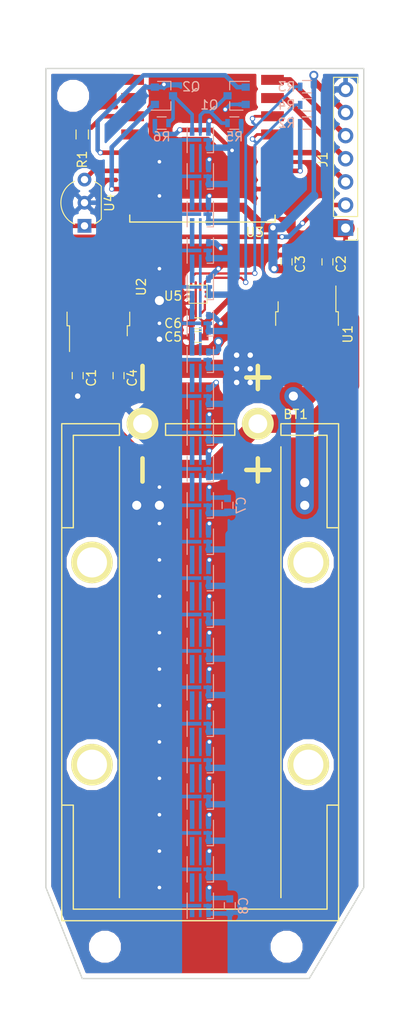
<source format=kicad_pcb>
(kicad_pcb (version 4) (host pcbnew 4.0.7)
  (layers (0 F.Cu signal) (31 B.Cu signal) (34 B.Paste user) (35 F.Paste user) (36 B.SilkS user) (37 F.SilkS user) (38 B.Mask user) (39 F.Mask user) (44 Edge.Cuts user))
  (net 0 "")
  (net 1 +BATT)
  (net 2 GND)
  (net 3 +3V3)
  (net 4 +5V)
  (net 5 "Net-(D1-Pad3)")
  (net 6 "Net-(D1-Pad2)")
  (net 7 "Net-(D2-Pad3)")
  (net 8 "Net-(D2-Pad2)")
  (net 9 "Net-(D10-Pad3)")
  (net 10 "Net-(D10-Pad2)")
  (net 11 "Net-(D11-Pad3)")
  (net 12 "Net-(D11-Pad2)")
  (net 13 "Net-(D10-Pad4)")
  (net 14 "Net-(D10-Pad5)")
  (net 15 /LEDDAT)
  (net 16 /LEDCLK)
  (net 17 /RTS)
  (net 18 /DTR)
  (net 19 /RXD)
  (net 20 /TXD)
  (net 21 "Net-(R2-Pad2)")
  (net 22 /SCL)
  (net 23 /SDA)
  (net 24 /HALL)
  (net 25 /LEDDAT_5V)
  (net 26 /LEDCLK_5V)
  (net 27 "Net-(D3-Pad3)")
  (net 28 "Net-(D3-Pad2)")
  (net 29 "Net-(D4-Pad3)")
  (net 30 "Net-(D4-Pad2)")
  (net 31 "Net-(D5-Pad3)")
  (net 32 "Net-(D5-Pad2)")
  (net 33 "Net-(D6-Pad3)")
  (net 34 "Net-(D6-Pad2)")
  (net 35 "Net-(D7-Pad3)")
  (net 36 "Net-(D7-Pad2)")
  (net 37 "Net-(D8-Pad3)")
  (net 38 "Net-(D8-Pad2)")
  (net 39 "Net-(D12-Pad3)")
  (net 40 "Net-(D12-Pad2)")
  (net 41 "Net-(D13-Pad3)")
  (net 42 "Net-(D13-Pad2)")
  (net 43 "Net-(D14-Pad3)")
  (net 44 "Net-(D14-Pad2)")
  (net 45 "Net-(D15-Pad3)")
  (net 46 "Net-(D15-Pad2)")
  (net 47 "Net-(D16-Pad3)")
  (net 48 "Net-(D16-Pad2)")
  (net 49 "Net-(D17-Pad3)")
  (net 50 "Net-(D17-Pad2)")
  (net 51 "Net-(D18-Pad3)")
  (net 52 "Net-(D18-Pad2)")
  (net 53 "Net-(D19-Pad3)")
  (net 54 "Net-(D19-Pad2)")
  (net 55 "Net-(D20-Pad3)")
  (net 56 "Net-(D20-Pad2)")
  (net 57 "Net-(D21-Pad3)")
  (net 58 "Net-(D21-Pad2)")
  (net 59 "Net-(D22-Pad3)")
  (net 60 "Net-(D22-Pad2)")
  (net 61 "Net-(U3-Pad1)")
  (net 62 "Net-(U3-Pad2)")
  (net 63 "Net-(U3-Pad4)")
  (net 64 "Net-(U5-Pad12)")
  (net 65 "Net-(U5-Pad11)")
  (module POVSlinger:LIS2DH12 (layer F.Cu) (at 57.5 63.85 270)
    (fp_text reference U5 (at 1.15 3.5 540) (layer F.SilkS))
    (fp_text value LIS2HH12)
    (pad 7 smd rect (at 1.75 1.5 270) (size 0.4 0.25) (drill (offset 0.125 0)) (layers F.Cu F.Paste F.Mask) (net 2 GND))
    (pad 5 smd rect (at 0.7 1.55 270) (size 0.25 0.4) (drill (offset 0 0.125)) (layers F.Cu F.Paste F.Mask) (net 2 GND))
    (pad 6 smd rect (at 1.2 1.55 270) (size 0.25 0.4) (drill (offset 0 0.125)) (layers F.Cu F.Paste F.Mask) (net 2 GND))
    (pad 12 smd rect (at 0.7 -0.05 270) (size 0.25 0.4) (drill (offset 0 -0.125)) (layers F.Cu F.Paste F.Mask) (net 64 "Net-(U5-Pad12)"))
    (pad 11 smd rect (at 1.2 -0.05 270) (size 0.25 0.4) (drill (offset 0 -0.125)) (layers F.Cu F.Paste F.Mask) (net 65 "Net-(U5-Pad11)"))
    (pad 10 smd rect (at 1.75 0 270) (size 0.4 0.25) (drill (offset 0.125 0)) (layers F.Cu F.Paste F.Mask) (net 3 +3V3))
    (pad 9 smd rect (at 1.75 0.5 270) (size 0.4 0.25) (drill (offset 0.125 0)) (layers F.Cu F.Paste F.Mask) (net 3 +3V3))
    (pad 8 smd rect (at 1.75 1 270) (size 0.4 0.25) (drill (offset 0.125 0)) (layers F.Cu F.Paste F.Mask) (net 2 GND))
    (pad 4 smd rect (at 0.15 1.5 270) (size 0.4 0.25) (drill (offset -0.125 0)) (layers F.Cu F.Paste F.Mask) (net 23 /SDA))
    (pad 3 smd rect (at 0.15 1 270) (size 0.4 0.25) (drill (offset -0.125 0)) (layers F.Cu F.Paste F.Mask) (net 2 GND))
    (pad 2 smd rect (at 0.15 0.5 270) (size 0.4 0.25) (drill (offset -0.125 0)) (layers F.Cu F.Paste F.Mask) (net 3 +3V3))
    (pad 1 smd rect (at 0.15 0 270) (size 0.4 0.25) (drill (offset -0.125 0)) (layers F.Cu F.Paste F.Mask) (net 22 /SCL))
  )
  (module Mounting_Holes:MountingHole_2.5mm (layer F.Cu) (at 43 43)
    (fp_text reference REF** hide)
    (fp_text value MountingHole_2.5mm)
    (pad 1 np_thru_hole circle (at 0 0) (size 2.5 2.5) (drill 2.5) (layers *.Cu *.Mask))
  )
  (module Mounting_Holes:MountingHole_2.5mm (layer F.Cu) (at 66.5 136.5)
    (fp_text reference REF** hide)
    (fp_text value MountingHole_2.5mm)
    (pad 1 np_thru_hole circle (at 0 0) (size 2.5 2.5) (drill 2.5) (layers *.Cu *.Mask))
  )
  (module POVSlinger:BatteryHolder_9Volt_Keystone_1294 (layer F.Cu) (at 63.3374 79.035 270)
    (fp_text reference BT1 (at -1.035 -4.1626 360) (layer F.SilkS))
    (fp_text value "9V Battery")
    (pad 1 thru_hole circle (at 0 0 270) (size 3.5 3.5) (drill 2.06) (layers *.Cu *.Mask F.SilkS) (net 1 +BATT))
    (pad 2 thru_hole circle (at 0 12.7 270) (size 3.5 3.5) (drill 2.06) (layers *.Cu *.Mask F.SilkS) (net 2 GND))
    (pad 3 thru_hole circle (at 15.24 18.2626 270) (size 4.572 4.572) (drill 3.302) (layers *.Cu *.Mask F.SilkS))
    (pad 3 thru_hole circle (at 15.24 -5.5626 270) (size 4.572 4.572) (drill 3.302) (layers *.Cu *.Mask F.SilkS))
    (pad 3 thru_hole circle (at 37.465 -5.5626 270) (size 4.572 4.572) (drill 3.302) (layers *.Cu *.Mask F.SilkS))
    (pad 3 thru_hole circle (at 37.465 18.2626 270) (size 4.572 4.572) (drill 3.302) (layers *.Cu *.Mask F.SilkS))
  )
  (module Capacitors_SMD:C_0603 (layer F.Cu) (at 43.5 73.75 270)
    (fp_text reference C1 (at 0.25 -1.5 270) (layer F.SilkS))
    (fp_text value 330n)
    (pad 2 smd rect (at 0.75 0 270) (size 0.8 0.75) (layers F.Cu F.Paste F.Mask) (net 2 GND))
    (pad 1 smd rect (at -0.75 0 270) (size 0.8 0.75) (layers F.Cu F.Paste F.Mask) (net 1 +BATT))
  )
  (module Capacitors_SMD:C_0603 (layer F.Cu) (at 71 61.25 90)
    (fp_text reference C2 (at -0.25 1.5 90) (layer F.SilkS))
    (fp_text value 330n)
    (pad 2 smd rect (at 0.75 0 90) (size 0.8 0.75) (layers F.Cu F.Paste F.Mask) (net 2 GND))
    (pad 1 smd rect (at -0.75 0 90) (size 0.8 0.75) (layers F.Cu F.Paste F.Mask) (net 1 +BATT))
  )
  (module Capacitors_SMD:C_0603 (layer F.Cu) (at 66.5 61.25 90)
    (fp_text reference C3 (at -0.25 1.5 90) (layer F.SilkS))
    (fp_text value 4.7u)
    (pad 2 smd rect (at 0.75 0 90) (size 0.8 0.75) (layers F.Cu F.Paste F.Mask) (net 2 GND))
    (pad 1 smd rect (at -0.75 0 90) (size 0.8 0.75) (layers F.Cu F.Paste F.Mask) (net 3 +3V3))
  )
  (module Capacitors_SMD:C_0603 (layer F.Cu) (at 48 73.75 270)
    (fp_text reference C4 (at 0.25 -1.5 270) (layer F.SilkS))
    (fp_text value 4.7u)
    (pad 2 smd rect (at 0.75 0 270) (size 0.8 0.75) (layers F.Cu F.Paste F.Mask) (net 2 GND))
    (pad 1 smd rect (at -0.75 0 270) (size 0.8 0.75) (layers F.Cu F.Paste F.Mask) (net 4 +5V))
  )
  (module Capacitors_SMD:C_0603 (layer F.Cu) (at 56.75 68 180)
    (fp_text reference C5 (at 2.75 -1.5 180) (layer F.SilkS))
    (fp_text value 10n)
    (pad 2 smd rect (at 0.75 0 180) (size 0.8 0.75) (layers F.Cu F.Paste F.Mask) (net 2 GND))
    (pad 1 smd rect (at -0.75 0 180) (size 0.8 0.75) (layers F.Cu F.Paste F.Mask) (net 3 +3V3))
  )
  (module Capacitors_SMD:C_0603 (layer F.Cu) (at 56.75 69.5 180)
    (fp_text reference C6 (at 2.75 1.5 180) (layer F.SilkS))
    (fp_text value 100n)
    (pad 2 smd rect (at 0.75 0 180) (size 0.8 0.75) (layers F.Cu F.Paste F.Mask) (net 2 GND))
    (pad 1 smd rect (at -0.75 0 180) (size 0.8 0.75) (layers F.Cu F.Paste F.Mask) (net 3 +3V3))
  )
  (module Capacitors_SMD:C_0603 (layer B.Cu) (at 60 88 90)
    (fp_text reference C7 (at 0 1.5 90) (layer B.SilkS) (effects (justify mirror)))
    (fp_text value 100n)
    (pad 2 smd rect (at 0.75 0 90) (size 0.8 0.75) (layers B.Cu B.Paste B.Mask) (net 2 GND))
    (pad 1 smd rect (at -0.75 0 90) (size 0.8 0.75) (layers B.Cu B.Paste B.Mask) (net 4 +5V))
  )
  (module Capacitors_SMD:C_0603 (layer B.Cu) (at 60.25 132 90)
    (fp_text reference C8 (at 0 1.5 90) (layer B.SilkS) (effects (justify mirror)))
    (fp_text value 100n)
    (pad 2 smd rect (at 0.75 0 90) (size 0.8 0.75) (layers B.Cu B.Paste B.Mask) (net 2 GND))
    (pad 1 smd rect (at -0.75 0 90) (size 0.8 0.75) (layers B.Cu B.Paste B.Mask) (net 4 +5V))
  )
  (module POVSlinger:APA102-2020 (layer B.Cu) (at 57 84 90)
    (fp_text reference D10)
    (fp_text value APA102-2020)
    (pad 4 smd rect (at 0.85 -0.9 90) (size 0.8 0.5) (layers B.Cu B.Paste B.Mask) (net 13 "Net-(D10-Pad4)"))
    (pad 5 smd rect (at 0.85 0 90) (size 0.8 0.3) (layers B.Cu B.Paste B.Mask) (net 14 "Net-(D10-Pad5)"))
    (pad 6 smd rect (at 0.85 0.9 90) (size 0.8 0.5) (layers B.Cu B.Paste B.Mask) (net 2 GND))
    (pad 3 smd rect (at -0.85 -0.9 90) (size 0.8 0.5) (layers B.Cu B.Paste B.Mask) (net 9 "Net-(D10-Pad3)"))
    (pad 2 smd rect (at -0.85 0 90) (size 0.8 0.3) (layers B.Cu B.Paste B.Mask) (net 10 "Net-(D10-Pad2)"))
    (pad 1 smd rect (at -0.85 0.9 90) (size 0.8 0.5) (layers B.Cu B.Paste B.Mask) (net 4 +5V))
    (pad 1 smd rect (at 0 0.825 90) (size 0.4 0.95) (layers B.Cu B.Paste B.Mask) (net 4 +5V))
    (pad 6 smd rect (at 0 -0.6 90) (size 0.4 1.4) (layers B.Cu B.Paste B.Mask) (net 2 GND))
  )
  (module POVSlinger:APA102-2020 (layer B.Cu) (at 57 124 90)
    (fp_text reference D20)
    (fp_text value APA102-2020)
    (pad 4 smd rect (at 0.85 -0.9 90) (size 0.8 0.5) (layers B.Cu B.Paste B.Mask) (net 53 "Net-(D19-Pad3)"))
    (pad 5 smd rect (at 0.85 0 90) (size 0.8 0.3) (layers B.Cu B.Paste B.Mask) (net 54 "Net-(D19-Pad2)"))
    (pad 6 smd rect (at 0.85 0.9 90) (size 0.8 0.5) (layers B.Cu B.Paste B.Mask) (net 2 GND))
    (pad 3 smd rect (at -0.85 -0.9 90) (size 0.8 0.5) (layers B.Cu B.Paste B.Mask) (net 55 "Net-(D20-Pad3)"))
    (pad 2 smd rect (at -0.85 0 90) (size 0.8 0.3) (layers B.Cu B.Paste B.Mask) (net 56 "Net-(D20-Pad2)"))
    (pad 1 smd rect (at -0.85 0.9 90) (size 0.8 0.5) (layers B.Cu B.Paste B.Mask) (net 4 +5V))
    (pad 1 smd rect (at 0 0.825 90) (size 0.4 0.95) (layers B.Cu B.Paste B.Mask) (net 4 +5V))
    (pad 6 smd rect (at 0 -0.6 90) (size 0.4 1.4) (layers B.Cu B.Paste B.Mask) (net 2 GND))
  )
  (module POVSlinger:APA102-2020 (layer B.Cu) (at 57 80 90)
    (fp_text reference D9)
    (fp_text value APA102-2020)
    (pad 4 smd rect (at 0.85 -0.9 90) (size 0.8 0.5) (layers B.Cu B.Paste B.Mask) (net 37 "Net-(D8-Pad3)"))
    (pad 5 smd rect (at 0.85 0 90) (size 0.8 0.3) (layers B.Cu B.Paste B.Mask) (net 38 "Net-(D8-Pad2)"))
    (pad 6 smd rect (at 0.85 0.9 90) (size 0.8 0.5) (layers B.Cu B.Paste B.Mask) (net 2 GND))
    (pad 3 smd rect (at -0.85 -0.9 90) (size 0.8 0.5) (layers B.Cu B.Paste B.Mask) (net 13 "Net-(D10-Pad4)"))
    (pad 2 smd rect (at -0.85 0 90) (size 0.8 0.3) (layers B.Cu B.Paste B.Mask) (net 14 "Net-(D10-Pad5)"))
    (pad 1 smd rect (at -0.85 0.9 90) (size 0.8 0.5) (layers B.Cu B.Paste B.Mask) (net 4 +5V))
    (pad 1 smd rect (at 0 0.825 90) (size 0.4 0.95) (layers B.Cu B.Paste B.Mask) (net 4 +5V))
    (pad 6 smd rect (at 0 -0.6 90) (size 0.4 1.4) (layers B.Cu B.Paste B.Mask) (net 2 GND))
  )
  (module POVSlinger:APA102-2020 (layer B.Cu) (at 57 120 90)
    (fp_text reference D19)
    (fp_text value APA102-2020)
    (pad 4 smd rect (at 0.85 -0.9 90) (size 0.8 0.5) (layers B.Cu B.Paste B.Mask) (net 51 "Net-(D18-Pad3)"))
    (pad 5 smd rect (at 0.85 0 90) (size 0.8 0.3) (layers B.Cu B.Paste B.Mask) (net 52 "Net-(D18-Pad2)"))
    (pad 6 smd rect (at 0.85 0.9 90) (size 0.8 0.5) (layers B.Cu B.Paste B.Mask) (net 2 GND))
    (pad 3 smd rect (at -0.85 -0.9 90) (size 0.8 0.5) (layers B.Cu B.Paste B.Mask) (net 53 "Net-(D19-Pad3)"))
    (pad 2 smd rect (at -0.85 0 90) (size 0.8 0.3) (layers B.Cu B.Paste B.Mask) (net 54 "Net-(D19-Pad2)"))
    (pad 1 smd rect (at -0.85 0.9 90) (size 0.8 0.5) (layers B.Cu B.Paste B.Mask) (net 4 +5V))
    (pad 1 smd rect (at 0 0.825 90) (size 0.4 0.95) (layers B.Cu B.Paste B.Mask) (net 4 +5V))
    (pad 6 smd rect (at 0 -0.6 90) (size 0.4 1.4) (layers B.Cu B.Paste B.Mask) (net 2 GND))
  )
  (module POVSlinger:APA102-2020 (layer B.Cu) (at 57 76 90)
    (fp_text reference D8)
    (fp_text value APA102-2020)
    (pad 4 smd rect (at 0.85 -0.9 90) (size 0.8 0.5) (layers B.Cu B.Paste B.Mask) (net 35 "Net-(D7-Pad3)"))
    (pad 5 smd rect (at 0.85 0 90) (size 0.8 0.3) (layers B.Cu B.Paste B.Mask) (net 36 "Net-(D7-Pad2)"))
    (pad 6 smd rect (at 0.85 0.9 90) (size 0.8 0.5) (layers B.Cu B.Paste B.Mask) (net 2 GND))
    (pad 3 smd rect (at -0.85 -0.9 90) (size 0.8 0.5) (layers B.Cu B.Paste B.Mask) (net 37 "Net-(D8-Pad3)"))
    (pad 2 smd rect (at -0.85 0 90) (size 0.8 0.3) (layers B.Cu B.Paste B.Mask) (net 38 "Net-(D8-Pad2)"))
    (pad 1 smd rect (at -0.85 0.9 90) (size 0.8 0.5) (layers B.Cu B.Paste B.Mask) (net 4 +5V))
    (pad 1 smd rect (at 0 0.825 90) (size 0.4 0.95) (layers B.Cu B.Paste B.Mask) (net 4 +5V))
    (pad 6 smd rect (at 0 -0.6 90) (size 0.4 1.4) (layers B.Cu B.Paste B.Mask) (net 2 GND))
  )
  (module POVSlinger:APA102-2020 (layer B.Cu) (at 57 116 90)
    (fp_text reference D18)
    (fp_text value APA102-2020)
    (pad 4 smd rect (at 0.85 -0.9 90) (size 0.8 0.5) (layers B.Cu B.Paste B.Mask) (net 49 "Net-(D17-Pad3)"))
    (pad 5 smd rect (at 0.85 0 90) (size 0.8 0.3) (layers B.Cu B.Paste B.Mask) (net 50 "Net-(D17-Pad2)"))
    (pad 6 smd rect (at 0.85 0.9 90) (size 0.8 0.5) (layers B.Cu B.Paste B.Mask) (net 2 GND))
    (pad 3 smd rect (at -0.85 -0.9 90) (size 0.8 0.5) (layers B.Cu B.Paste B.Mask) (net 51 "Net-(D18-Pad3)"))
    (pad 2 smd rect (at -0.85 0 90) (size 0.8 0.3) (layers B.Cu B.Paste B.Mask) (net 52 "Net-(D18-Pad2)"))
    (pad 1 smd rect (at -0.85 0.9 90) (size 0.8 0.5) (layers B.Cu B.Paste B.Mask) (net 4 +5V))
    (pad 1 smd rect (at 0 0.825 90) (size 0.4 0.95) (layers B.Cu B.Paste B.Mask) (net 4 +5V))
    (pad 6 smd rect (at 0 -0.6 90) (size 0.4 1.4) (layers B.Cu B.Paste B.Mask) (net 2 GND))
  )
  (module POVSlinger:APA102-2020 (layer B.Cu) (at 57 72 90)
    (fp_text reference D7)
    (fp_text value APA102-2020)
    (pad 4 smd rect (at 0.85 -0.9 90) (size 0.8 0.5) (layers B.Cu B.Paste B.Mask) (net 33 "Net-(D6-Pad3)"))
    (pad 5 smd rect (at 0.85 0 90) (size 0.8 0.3) (layers B.Cu B.Paste B.Mask) (net 34 "Net-(D6-Pad2)"))
    (pad 6 smd rect (at 0.85 0.9 90) (size 0.8 0.5) (layers B.Cu B.Paste B.Mask) (net 2 GND))
    (pad 3 smd rect (at -0.85 -0.9 90) (size 0.8 0.5) (layers B.Cu B.Paste B.Mask) (net 35 "Net-(D7-Pad3)"))
    (pad 2 smd rect (at -0.85 0 90) (size 0.8 0.3) (layers B.Cu B.Paste B.Mask) (net 36 "Net-(D7-Pad2)"))
    (pad 1 smd rect (at -0.85 0.9 90) (size 0.8 0.5) (layers B.Cu B.Paste B.Mask) (net 4 +5V))
    (pad 1 smd rect (at 0 0.825 90) (size 0.4 0.95) (layers B.Cu B.Paste B.Mask) (net 4 +5V))
    (pad 6 smd rect (at 0 -0.6 90) (size 0.4 1.4) (layers B.Cu B.Paste B.Mask) (net 2 GND))
  )
  (module POVSlinger:APA102-2020 (layer B.Cu) (at 57 112 90)
    (fp_text reference D17)
    (fp_text value APA102-2020)
    (pad 4 smd rect (at 0.85 -0.9 90) (size 0.8 0.5) (layers B.Cu B.Paste B.Mask) (net 47 "Net-(D16-Pad3)"))
    (pad 5 smd rect (at 0.85 0 90) (size 0.8 0.3) (layers B.Cu B.Paste B.Mask) (net 48 "Net-(D16-Pad2)"))
    (pad 6 smd rect (at 0.85 0.9 90) (size 0.8 0.5) (layers B.Cu B.Paste B.Mask) (net 2 GND))
    (pad 3 smd rect (at -0.85 -0.9 90) (size 0.8 0.5) (layers B.Cu B.Paste B.Mask) (net 49 "Net-(D17-Pad3)"))
    (pad 2 smd rect (at -0.85 0 90) (size 0.8 0.3) (layers B.Cu B.Paste B.Mask) (net 50 "Net-(D17-Pad2)"))
    (pad 1 smd rect (at -0.85 0.9 90) (size 0.8 0.5) (layers B.Cu B.Paste B.Mask) (net 4 +5V))
    (pad 1 smd rect (at 0 0.825 90) (size 0.4 0.95) (layers B.Cu B.Paste B.Mask) (net 4 +5V))
    (pad 6 smd rect (at 0 -0.6 90) (size 0.4 1.4) (layers B.Cu B.Paste B.Mask) (net 2 GND))
  )
  (module POVSlinger:APA102-2020 (layer B.Cu) (at 57 68 90)
    (fp_text reference D6)
    (fp_text value APA102-2020)
    (pad 4 smd rect (at 0.85 -0.9 90) (size 0.8 0.5) (layers B.Cu B.Paste B.Mask) (net 31 "Net-(D5-Pad3)"))
    (pad 5 smd rect (at 0.85 0 90) (size 0.8 0.3) (layers B.Cu B.Paste B.Mask) (net 32 "Net-(D5-Pad2)"))
    (pad 6 smd rect (at 0.85 0.9 90) (size 0.8 0.5) (layers B.Cu B.Paste B.Mask) (net 2 GND))
    (pad 3 smd rect (at -0.85 -0.9 90) (size 0.8 0.5) (layers B.Cu B.Paste B.Mask) (net 33 "Net-(D6-Pad3)"))
    (pad 2 smd rect (at -0.85 0 90) (size 0.8 0.3) (layers B.Cu B.Paste B.Mask) (net 34 "Net-(D6-Pad2)"))
    (pad 1 smd rect (at -0.85 0.9 90) (size 0.8 0.5) (layers B.Cu B.Paste B.Mask) (net 4 +5V))
    (pad 1 smd rect (at 0 0.825 90) (size 0.4 0.95) (layers B.Cu B.Paste B.Mask) (net 4 +5V))
    (pad 6 smd rect (at 0 -0.6 90) (size 0.4 1.4) (layers B.Cu B.Paste B.Mask) (net 2 GND))
  )
  (module POVSlinger:APA102-2020 (layer B.Cu) (at 57 108 90)
    (fp_text reference D16)
    (fp_text value APA102-2020)
    (pad 4 smd rect (at 0.85 -0.9 90) (size 0.8 0.5) (layers B.Cu B.Paste B.Mask) (net 45 "Net-(D15-Pad3)"))
    (pad 5 smd rect (at 0.85 0 90) (size 0.8 0.3) (layers B.Cu B.Paste B.Mask) (net 46 "Net-(D15-Pad2)"))
    (pad 6 smd rect (at 0.85 0.9 90) (size 0.8 0.5) (layers B.Cu B.Paste B.Mask) (net 2 GND))
    (pad 3 smd rect (at -0.85 -0.9 90) (size 0.8 0.5) (layers B.Cu B.Paste B.Mask) (net 47 "Net-(D16-Pad3)"))
    (pad 2 smd rect (at -0.85 0 90) (size 0.8 0.3) (layers B.Cu B.Paste B.Mask) (net 48 "Net-(D16-Pad2)"))
    (pad 1 smd rect (at -0.85 0.9 90) (size 0.8 0.5) (layers B.Cu B.Paste B.Mask) (net 4 +5V))
    (pad 1 smd rect (at 0 0.825 90) (size 0.4 0.95) (layers B.Cu B.Paste B.Mask) (net 4 +5V))
    (pad 6 smd rect (at 0 -0.6 90) (size 0.4 1.4) (layers B.Cu B.Paste B.Mask) (net 2 GND))
  )
  (module POVSlinger:APA102-2020 (layer B.Cu) (at 57 64 90)
    (fp_text reference D5)
    (fp_text value APA102-2020)
    (pad 4 smd rect (at 0.85 -0.9 90) (size 0.8 0.5) (layers B.Cu B.Paste B.Mask) (net 29 "Net-(D4-Pad3)"))
    (pad 5 smd rect (at 0.85 0 90) (size 0.8 0.3) (layers B.Cu B.Paste B.Mask) (net 30 "Net-(D4-Pad2)"))
    (pad 6 smd rect (at 0.85 0.9 90) (size 0.8 0.5) (layers B.Cu B.Paste B.Mask) (net 2 GND))
    (pad 3 smd rect (at -0.85 -0.9 90) (size 0.8 0.5) (layers B.Cu B.Paste B.Mask) (net 31 "Net-(D5-Pad3)"))
    (pad 2 smd rect (at -0.85 0 90) (size 0.8 0.3) (layers B.Cu B.Paste B.Mask) (net 32 "Net-(D5-Pad2)"))
    (pad 1 smd rect (at -0.85 0.9 90) (size 0.8 0.5) (layers B.Cu B.Paste B.Mask) (net 4 +5V))
    (pad 1 smd rect (at 0 0.825 90) (size 0.4 0.95) (layers B.Cu B.Paste B.Mask) (net 4 +5V))
    (pad 6 smd rect (at 0 -0.6 90) (size 0.4 1.4) (layers B.Cu B.Paste B.Mask) (net 2 GND))
  )
  (module POVSlinger:APA102-2020 (layer B.Cu) (at 57 104 90)
    (fp_text reference D15)
    (fp_text value APA102-2020)
    (pad 4 smd rect (at 0.85 -0.9 90) (size 0.8 0.5) (layers B.Cu B.Paste B.Mask) (net 43 "Net-(D14-Pad3)"))
    (pad 5 smd rect (at 0.85 0 90) (size 0.8 0.3) (layers B.Cu B.Paste B.Mask) (net 44 "Net-(D14-Pad2)"))
    (pad 6 smd rect (at 0.85 0.9 90) (size 0.8 0.5) (layers B.Cu B.Paste B.Mask) (net 2 GND))
    (pad 3 smd rect (at -0.85 -0.9 90) (size 0.8 0.5) (layers B.Cu B.Paste B.Mask) (net 45 "Net-(D15-Pad3)"))
    (pad 2 smd rect (at -0.85 0 90) (size 0.8 0.3) (layers B.Cu B.Paste B.Mask) (net 46 "Net-(D15-Pad2)"))
    (pad 1 smd rect (at -0.85 0.9 90) (size 0.8 0.5) (layers B.Cu B.Paste B.Mask) (net 4 +5V))
    (pad 1 smd rect (at 0 0.825 90) (size 0.4 0.95) (layers B.Cu B.Paste B.Mask) (net 4 +5V))
    (pad 6 smd rect (at 0 -0.6 90) (size 0.4 1.4) (layers B.Cu B.Paste B.Mask) (net 2 GND))
  )
  (module POVSlinger:APA102-2020 (layer B.Cu) (at 57 60 90)
    (fp_text reference D4)
    (fp_text value APA102-2020)
    (pad 4 smd rect (at 0.85 -0.9 90) (size 0.8 0.5) (layers B.Cu B.Paste B.Mask) (net 27 "Net-(D3-Pad3)"))
    (pad 5 smd rect (at 0.85 0 90) (size 0.8 0.3) (layers B.Cu B.Paste B.Mask) (net 28 "Net-(D3-Pad2)"))
    (pad 6 smd rect (at 0.85 0.9 90) (size 0.8 0.5) (layers B.Cu B.Paste B.Mask) (net 2 GND))
    (pad 3 smd rect (at -0.85 -0.9 90) (size 0.8 0.5) (layers B.Cu B.Paste B.Mask) (net 29 "Net-(D4-Pad3)"))
    (pad 2 smd rect (at -0.85 0 90) (size 0.8 0.3) (layers B.Cu B.Paste B.Mask) (net 30 "Net-(D4-Pad2)"))
    (pad 1 smd rect (at -0.85 0.9 90) (size 0.8 0.5) (layers B.Cu B.Paste B.Mask) (net 4 +5V))
    (pad 1 smd rect (at 0 0.825 90) (size 0.4 0.95) (layers B.Cu B.Paste B.Mask) (net 4 +5V))
    (pad 6 smd rect (at 0 -0.6 90) (size 0.4 1.4) (layers B.Cu B.Paste B.Mask) (net 2 GND))
  )
  (module POVSlinger:APA102-2020 (layer B.Cu) (at 57 100 90)
    (fp_text reference D14)
    (fp_text value APA102-2020)
    (pad 4 smd rect (at 0.85 -0.9 90) (size 0.8 0.5) (layers B.Cu B.Paste B.Mask) (net 41 "Net-(D13-Pad3)"))
    (pad 5 smd rect (at 0.85 0 90) (size 0.8 0.3) (layers B.Cu B.Paste B.Mask) (net 42 "Net-(D13-Pad2)"))
    (pad 6 smd rect (at 0.85 0.9 90) (size 0.8 0.5) (layers B.Cu B.Paste B.Mask) (net 2 GND))
    (pad 3 smd rect (at -0.85 -0.9 90) (size 0.8 0.5) (layers B.Cu B.Paste B.Mask) (net 43 "Net-(D14-Pad3)"))
    (pad 2 smd rect (at -0.85 0 90) (size 0.8 0.3) (layers B.Cu B.Paste B.Mask) (net 44 "Net-(D14-Pad2)"))
    (pad 1 smd rect (at -0.85 0.9 90) (size 0.8 0.5) (layers B.Cu B.Paste B.Mask) (net 4 +5V))
    (pad 1 smd rect (at 0 0.825 90) (size 0.4 0.95) (layers B.Cu B.Paste B.Mask) (net 4 +5V))
    (pad 6 smd rect (at 0 -0.6 90) (size 0.4 1.4) (layers B.Cu B.Paste B.Mask) (net 2 GND))
  )
  (module POVSlinger:APA102-2020 (layer B.Cu) (at 57 56 90)
    (fp_text reference D3)
    (fp_text value APA102-2020)
    (pad 4 smd rect (at 0.85 -0.9 90) (size 0.8 0.5) (layers B.Cu B.Paste B.Mask) (net 7 "Net-(D2-Pad3)"))
    (pad 5 smd rect (at 0.85 0 90) (size 0.8 0.3) (layers B.Cu B.Paste B.Mask) (net 8 "Net-(D2-Pad2)"))
    (pad 6 smd rect (at 0.85 0.9 90) (size 0.8 0.5) (layers B.Cu B.Paste B.Mask) (net 2 GND))
    (pad 3 smd rect (at -0.85 -0.9 90) (size 0.8 0.5) (layers B.Cu B.Paste B.Mask) (net 27 "Net-(D3-Pad3)"))
    (pad 2 smd rect (at -0.85 0 90) (size 0.8 0.3) (layers B.Cu B.Paste B.Mask) (net 28 "Net-(D3-Pad2)"))
    (pad 1 smd rect (at -0.85 0.9 90) (size 0.8 0.5) (layers B.Cu B.Paste B.Mask) (net 4 +5V))
    (pad 1 smd rect (at 0 0.825 90) (size 0.4 0.95) (layers B.Cu B.Paste B.Mask) (net 4 +5V))
    (pad 6 smd rect (at 0 -0.6 90) (size 0.4 1.4) (layers B.Cu B.Paste B.Mask) (net 2 GND))
  )
  (module POVSlinger:APA102-2020 (layer B.Cu) (at 57 96 90)
    (fp_text reference D13)
    (fp_text value APA102-2020)
    (pad 4 smd rect (at 0.85 -0.9 90) (size 0.8 0.5) (layers B.Cu B.Paste B.Mask) (net 39 "Net-(D12-Pad3)"))
    (pad 5 smd rect (at 0.85 0 90) (size 0.8 0.3) (layers B.Cu B.Paste B.Mask) (net 40 "Net-(D12-Pad2)"))
    (pad 6 smd rect (at 0.85 0.9 90) (size 0.8 0.5) (layers B.Cu B.Paste B.Mask) (net 2 GND))
    (pad 3 smd rect (at -0.85 -0.9 90) (size 0.8 0.5) (layers B.Cu B.Paste B.Mask) (net 41 "Net-(D13-Pad3)"))
    (pad 2 smd rect (at -0.85 0 90) (size 0.8 0.3) (layers B.Cu B.Paste B.Mask) (net 42 "Net-(D13-Pad2)"))
    (pad 1 smd rect (at -0.85 0.9 90) (size 0.8 0.5) (layers B.Cu B.Paste B.Mask) (net 4 +5V))
    (pad 1 smd rect (at 0 0.825 90) (size 0.4 0.95) (layers B.Cu B.Paste B.Mask) (net 4 +5V))
    (pad 6 smd rect (at 0 -0.6 90) (size 0.4 1.4) (layers B.Cu B.Paste B.Mask) (net 2 GND))
  )
  (module POVSlinger:APA102-2020 (layer B.Cu) (at 57 51.85 90)
    (fp_text reference D2)
    (fp_text value APA102-2020)
    (pad 4 smd rect (at 0.85 -0.9 90) (size 0.8 0.5) (layers B.Cu B.Paste B.Mask) (net 5 "Net-(D1-Pad3)"))
    (pad 5 smd rect (at 0.85 0 90) (size 0.8 0.3) (layers B.Cu B.Paste B.Mask) (net 6 "Net-(D1-Pad2)"))
    (pad 6 smd rect (at 0.85 0.9 90) (size 0.8 0.5) (layers B.Cu B.Paste B.Mask) (net 2 GND))
    (pad 3 smd rect (at -0.85 -0.9 90) (size 0.8 0.5) (layers B.Cu B.Paste B.Mask) (net 7 "Net-(D2-Pad3)"))
    (pad 2 smd rect (at -0.85 0 90) (size 0.8 0.3) (layers B.Cu B.Paste B.Mask) (net 8 "Net-(D2-Pad2)"))
    (pad 1 smd rect (at -0.85 0.9 90) (size 0.8 0.5) (layers B.Cu B.Paste B.Mask) (net 4 +5V))
    (pad 1 smd rect (at 0 0.825 90) (size 0.4 0.95) (layers B.Cu B.Paste B.Mask) (net 4 +5V))
    (pad 6 smd rect (at 0 -0.6 90) (size 0.4 1.4) (layers B.Cu B.Paste B.Mask) (net 2 GND))
  )
  (module POVSlinger:APA102-2020 (layer B.Cu) (at 57 92 90)
    (fp_text reference D12)
    (fp_text value APA102-2020)
    (pad 4 smd rect (at 0.85 -0.9 90) (size 0.8 0.5) (layers B.Cu B.Paste B.Mask) (net 11 "Net-(D11-Pad3)"))
    (pad 5 smd rect (at 0.85 0 90) (size 0.8 0.3) (layers B.Cu B.Paste B.Mask) (net 12 "Net-(D11-Pad2)"))
    (pad 6 smd rect (at 0.85 0.9 90) (size 0.8 0.5) (layers B.Cu B.Paste B.Mask) (net 2 GND))
    (pad 3 smd rect (at -0.85 -0.9 90) (size 0.8 0.5) (layers B.Cu B.Paste B.Mask) (net 39 "Net-(D12-Pad3)"))
    (pad 2 smd rect (at -0.85 0 90) (size 0.8 0.3) (layers B.Cu B.Paste B.Mask) (net 40 "Net-(D12-Pad2)"))
    (pad 1 smd rect (at -0.85 0.9 90) (size 0.8 0.5) (layers B.Cu B.Paste B.Mask) (net 4 +5V))
    (pad 1 smd rect (at 0 0.825 90) (size 0.4 0.95) (layers B.Cu B.Paste B.Mask) (net 4 +5V))
    (pad 6 smd rect (at 0 -0.6 90) (size 0.4 1.4) (layers B.Cu B.Paste B.Mask) (net 2 GND))
  )
  (module POVSlinger:APA102-2020 (layer B.Cu) (at 57 47.85 90)
    (fp_text reference D1)
    (fp_text value APA102-2020)
    (pad 4 smd rect (at 0.85 -0.9 90) (size 0.8 0.5) (layers B.Cu B.Paste B.Mask) (net 25 /LEDDAT_5V))
    (pad 5 smd rect (at 0.85 0 90) (size 0.8 0.3) (layers B.Cu B.Paste B.Mask) (net 26 /LEDCLK_5V))
    (pad 6 smd rect (at 0.85 0.9 90) (size 0.8 0.5) (layers B.Cu B.Paste B.Mask) (net 2 GND))
    (pad 3 smd rect (at -0.85 -0.9 90) (size 0.8 0.5) (layers B.Cu B.Paste B.Mask) (net 5 "Net-(D1-Pad3)"))
    (pad 2 smd rect (at -0.85 0 90) (size 0.8 0.3) (layers B.Cu B.Paste B.Mask) (net 6 "Net-(D1-Pad2)"))
    (pad 1 smd rect (at -0.85 0.9 90) (size 0.8 0.5) (layers B.Cu B.Paste B.Mask) (net 4 +5V))
    (pad 1 smd rect (at 0 0.825 90) (size 0.4 0.95) (layers B.Cu B.Paste B.Mask) (net 4 +5V))
    (pad 6 smd rect (at 0 -0.6 90) (size 0.4 1.4) (layers B.Cu B.Paste B.Mask) (net 2 GND))
  )
  (module POVSlinger:APA102-2020 (layer B.Cu) (at 57 88 90)
    (fp_text reference D11)
    (fp_text value APA102-2020)
    (pad 4 smd rect (at 0.85 -0.9 90) (size 0.8 0.5) (layers B.Cu B.Paste B.Mask) (net 9 "Net-(D10-Pad3)"))
    (pad 5 smd rect (at 0.85 0 90) (size 0.8 0.3) (layers B.Cu B.Paste B.Mask) (net 10 "Net-(D10-Pad2)"))
    (pad 6 smd rect (at 0.85 0.9 90) (size 0.8 0.5) (layers B.Cu B.Paste B.Mask) (net 2 GND))
    (pad 3 smd rect (at -0.85 -0.9 90) (size 0.8 0.5) (layers B.Cu B.Paste B.Mask) (net 11 "Net-(D11-Pad3)"))
    (pad 2 smd rect (at -0.85 0 90) (size 0.8 0.3) (layers B.Cu B.Paste B.Mask) (net 12 "Net-(D11-Pad2)"))
    (pad 1 smd rect (at -0.85 0.9 90) (size 0.8 0.5) (layers B.Cu B.Paste B.Mask) (net 4 +5V))
    (pad 1 smd rect (at 0 0.825 90) (size 0.4 0.95) (layers B.Cu B.Paste B.Mask) (net 4 +5V))
    (pad 6 smd rect (at 0 -0.6 90) (size 0.4 1.4) (layers B.Cu B.Paste B.Mask) (net 2 GND))
  )
  (module Pin_Headers:Pin_Header_Straight_1x07_Pitch2.54mm (layer F.Cu) (at 73 57.54 180)
    (fp_text reference J1 (at 2.5 7.54 270) (layer F.SilkS))
    (fp_text value DEBUG)
    (pad 1 thru_hole rect (at 0 0 180) (size 1.7 1.7) (drill 1) (layers *.Cu *.Mask) (net 2 GND))
    (pad 2 thru_hole oval (at 0 2.54 180) (size 1.7 1.7) (drill 1) (layers *.Cu *.Mask) (net 17 /RTS))
    (pad 3 thru_hole oval (at 0 5.08 180) (size 1.7 1.7) (drill 1) (layers *.Cu *.Mask) (net 18 /DTR))
    (pad 4 thru_hole oval (at 0 7.62 180) (size 1.7 1.7) (drill 1) (layers *.Cu *.Mask) (net 19 /RXD))
    (pad 5 thru_hole oval (at 0 10.16 180) (size 1.7 1.7) (drill 1) (layers *.Cu *.Mask) (net 20 /TXD))
    (pad 6 thru_hole oval (at 0 12.7 180) (size 1.7 1.7) (drill 1) (layers *.Cu *.Mask) (net 3 +3V3))
    (pad 7 thru_hole oval (at 0 15.24 180) (size 1.7 1.7) (drill 1) (layers *.Cu *.Mask) (net 4 +5V))
  )
  (module Resistors_SMD:R_0603 (layer F.Cu) (at 44 47.25 90)
    (fp_text reference R1 (at -2.75 0 90) (layer F.SilkS))
    (fp_text value 10K)
    (pad 1 smd rect (at -0.75 0 90) (size 0.5 0.9) (layers F.Cu F.Paste F.Mask) (net 3 +3V3))
    (pad 2 smd rect (at 0.75 0 90) (size 0.5 0.9) (layers F.Cu F.Paste F.Mask) (net 17 /RTS))
  )
  (module Resistors_SMD:R_0603 (layer B.Cu) (at 68.75 46 180)
    (fp_text reference R2 (at 2.25 0 360) (layer B.SilkS) (effects (justify mirror)))
    (fp_text value 10K)
    (pad 1 smd rect (at -0.75 0 180) (size 0.5 0.9) (layers B.Cu B.Paste B.Mask) (net 3 +3V3))
    (pad 2 smd rect (at 0.75 0 180) (size 0.5 0.9) (layers B.Cu B.Paste B.Mask) (net 21 "Net-(R2-Pad2)"))
  )
  (module Resistors_SMD:R_0603 (layer B.Cu) (at 68.75 42 180)
    (fp_text reference R3 (at 2.25 0 360) (layer B.SilkS) (effects (justify mirror)))
    (fp_text value 4K7)
    (pad 1 smd rect (at -0.75 0 180) (size 0.5 0.9) (layers B.Cu B.Paste B.Mask) (net 3 +3V3))
    (pad 2 smd rect (at 0.75 0 180) (size 0.5 0.9) (layers B.Cu B.Paste B.Mask) (net 22 /SCL))
  )
  (module Resistors_SMD:R_0603 (layer B.Cu) (at 68.75 44 180)
    (fp_text reference R4 (at 2.25 0 360) (layer B.SilkS) (effects (justify mirror)))
    (fp_text value 4K7)
    (pad 1 smd rect (at -0.75 0 180) (size 0.5 0.9) (layers B.Cu B.Paste B.Mask) (net 3 +3V3))
    (pad 2 smd rect (at 0.75 0 180) (size 0.5 0.9) (layers B.Cu B.Paste B.Mask) (net 23 /SDA))
  )
  (module TO_SOT_Packages_SMD:TO-252-2 (layer F.Cu) (at 68.75 69.2 270)
    (fp_text reference U1 (at 0 -4.5 270) (layer F.SilkS))
    (fp_text value LF33_TO252)
    (pad 1 smd rect (at -4.2 -2.28 270) (size 2.2 1.2) (layers F.Cu F.Paste F.Mask) (net 1 +BATT))
    (pad 3 smd rect (at -4.2 2.28 270) (size 2.2 1.2) (layers F.Cu F.Paste F.Mask) (net 3 +3V3))
    (pad 2 smd rect (at 2.1 0 270) (size 6.4 5.8) (layers F.Cu F.Mask) (net 2 GND))
    (pad 2 smd rect (at 3.775 1.525 270) (size 3.05 2.75) (layers F.Cu F.Paste) (net 2 GND))
    (pad 2 smd rect (at 0.425 -1.525 270) (size 3.05 2.75) (layers F.Cu F.Paste) (net 2 GND))
    (pad 2 smd rect (at 3.775 -1.525 270) (size 3.05 2.75) (layers F.Cu F.Paste) (net 2 GND))
    (pad 2 smd rect (at 0.425 1.525 270) (size 3.05 2.75) (layers F.Cu F.Paste) (net 2 GND))
  )
  (module TO_SOT_Packages_SMD:TO-252-2 (layer F.Cu) (at 45.78 65.8 90)
    (fp_text reference U2 (at 1.8 4.72 90) (layer F.SilkS))
    (fp_text value L7805)
    (pad 1 smd rect (at -4.2 -2.28 90) (size 2.2 1.2) (layers F.Cu F.Paste F.Mask) (net 1 +BATT))
    (pad 3 smd rect (at -4.2 2.28 90) (size 2.2 1.2) (layers F.Cu F.Paste F.Mask) (net 4 +5V))
    (pad 2 smd rect (at 2.1 0 90) (size 6.4 5.8) (layers F.Cu F.Mask) (net 2 GND))
    (pad 2 smd rect (at 3.775 1.525 90) (size 3.05 2.75) (layers F.Cu F.Paste) (net 2 GND))
    (pad 2 smd rect (at 0.425 -1.525 90) (size 3.05 2.75) (layers F.Cu F.Paste) (net 2 GND))
    (pad 2 smd rect (at 3.775 -1.525 90) (size 3.05 2.75) (layers F.Cu F.Paste) (net 2 GND))
    (pad 2 smd rect (at 0.425 1.525 90) (size 3.05 2.75) (layers F.Cu F.Paste) (net 2 GND))
  )
  (module TO_SOT_Packages_THT:TO-92_Inline_Wide (layer F.Cu) (at 44.25 57.29 90)
    (fp_text reference U4 (at 2.54 2.75 270) (layer F.SilkS))
    (fp_text value "US5881 or similar")
    (pad 2 thru_hole circle (at 2.54 0 180) (size 1.52 1.52) (drill 0.8) (layers *.Cu *.Mask) (net 2 GND))
    (pad 3 thru_hole circle (at 5.08 0 180) (size 1.52 1.52) (drill 0.8) (layers *.Cu *.Mask) (net 24 /HALL))
    (pad 1 thru_hole rect (at 0 0 180) (size 1.52 1.52) (drill 0.8) (layers *.Cu *.Mask) (net 3 +3V3))
  )
  (module TO_SOT_Packages_SMD:SOT-23 (layer B.Cu) (at 61 43 180)
    (fp_text reference Q1 (at 3 -1 180) (layer B.SilkS) (effects (justify mirror)))
    (fp_text value BSS138)
    (pad 1 smd rect (at -1 0.95 180) (size 0.9 0.8) (layers B.Cu B.Paste B.Mask) (net 16 /LEDCLK))
    (pad 2 smd rect (at -1 -0.95 180) (size 0.9 0.8) (layers B.Cu B.Paste B.Mask) (net 2 GND))
    (pad 3 smd rect (at 1 0 180) (size 0.9 0.8) (layers B.Cu B.Paste B.Mask) (net 26 /LEDCLK_5V))
  )
  (module TO_SOT_Packages_SMD:SOT-23 (layer B.Cu) (at 53 43)
    (fp_text reference Q2 (at 3 -1) (layer B.SilkS) (effects (justify mirror)))
    (fp_text value BSS138)
    (pad 1 smd rect (at -1 0.95) (size 0.9 0.8) (layers B.Cu B.Paste B.Mask) (net 15 /LEDDAT))
    (pad 2 smd rect (at -1 -0.95) (size 0.9 0.8) (layers B.Cu B.Paste B.Mask) (net 2 GND))
    (pad 3 smd rect (at 1 0) (size 0.9 0.8) (layers B.Cu B.Paste B.Mask) (net 25 /LEDDAT_5V))
  )
  (module Resistors_SMD:R_0603 (layer B.Cu) (at 60.75 46 180)
    (fp_text reference R5 (at 0 -1.5 180) (layer B.SilkS) (effects (justify mirror)))
    (fp_text value 10K)
    (pad 1 smd rect (at -0.75 0 180) (size 0.5 0.9) (layers B.Cu B.Paste B.Mask) (net 4 +5V))
    (pad 2 smd rect (at 0.75 0 180) (size 0.5 0.9) (layers B.Cu B.Paste B.Mask) (net 26 /LEDCLK_5V))
  )
  (module Resistors_SMD:R_0603 (layer B.Cu) (at 52.75 46)
    (fp_text reference R6 (at 0 1.5) (layer B.SilkS) (effects (justify mirror)))
    (fp_text value 10K)
    (pad 1 smd rect (at -0.75 0) (size 0.5 0.9) (layers B.Cu B.Paste B.Mask) (net 4 +5V))
    (pad 2 smd rect (at 0.75 0) (size 0.5 0.9) (layers B.Cu B.Paste B.Mask) (net 25 /LEDDAT_5V))
  )
  (module POVSlinger:APA102-2020 (layer B.Cu) (at 57 128 90)
    (fp_text reference D21)
    (fp_text value APA102-2020)
    (pad 4 smd rect (at 0.85 -0.9 90) (size 0.8 0.5) (layers B.Cu B.Paste B.Mask) (net 55 "Net-(D20-Pad3)"))
    (pad 5 smd rect (at 0.85 0 90) (size 0.8 0.3) (layers B.Cu B.Paste B.Mask) (net 56 "Net-(D20-Pad2)"))
    (pad 6 smd rect (at 0.85 0.9 90) (size 0.8 0.5) (layers B.Cu B.Paste B.Mask) (net 2 GND))
    (pad 3 smd rect (at -0.85 -0.9 90) (size 0.8 0.5) (layers B.Cu B.Paste B.Mask) (net 57 "Net-(D21-Pad3)"))
    (pad 2 smd rect (at -0.85 0 90) (size 0.8 0.3) (layers B.Cu B.Paste B.Mask) (net 58 "Net-(D21-Pad2)"))
    (pad 1 smd rect (at -0.85 0.9 90) (size 0.8 0.5) (layers B.Cu B.Paste B.Mask) (net 4 +5V))
    (pad 1 smd rect (at 0 0.825 90) (size 0.4 0.95) (layers B.Cu B.Paste B.Mask) (net 4 +5V))
    (pad 6 smd rect (at 0 -0.6 90) (size 0.4 1.4) (layers B.Cu B.Paste B.Mask) (net 2 GND))
  )
  (module POVSlinger:APA102-2020 (layer B.Cu) (at 57 132 90)
    (fp_text reference D22)
    (fp_text value APA102-2020)
    (pad 4 smd rect (at 0.85 -0.9 90) (size 0.8 0.5) (layers B.Cu B.Paste B.Mask) (net 57 "Net-(D21-Pad3)"))
    (pad 5 smd rect (at 0.85 0 90) (size 0.8 0.3) (layers B.Cu B.Paste B.Mask) (net 58 "Net-(D21-Pad2)"))
    (pad 6 smd rect (at 0.85 0.9 90) (size 0.8 0.5) (layers B.Cu B.Paste B.Mask) (net 2 GND))
    (pad 3 smd rect (at -0.85 -0.9 90) (size 0.8 0.5) (layers B.Cu B.Paste B.Mask) (net 59 "Net-(D22-Pad3)"))
    (pad 2 smd rect (at -0.85 0 90) (size 0.8 0.3) (layers B.Cu B.Paste B.Mask) (net 60 "Net-(D22-Pad2)"))
    (pad 1 smd rect (at -0.85 0.9 90) (size 0.8 0.5) (layers B.Cu B.Paste B.Mask) (net 4 +5V))
    (pad 1 smd rect (at 0 0.825 90) (size 0.4 0.95) (layers B.Cu B.Paste B.Mask) (net 4 +5V))
    (pad 6 smd rect (at 0 -0.6 90) (size 0.4 1.4) (layers B.Cu B.Paste B.Mask) (net 2 GND))
  )
  (module POVSlinger:ESP-12E_SMD (layer F.Cu) (at 50.25 41.25)
    (fp_text reference U3 (at 12.75 16.75 180) (layer F.SilkS))
    (fp_text value ESP-12E hide)
    (pad 1 smd rect (at 0 0) (size 2.5 1.1) (drill (offset -0.7 0)) (layers F.Cu F.Paste F.Mask) (net 61 "Net-(U3-Pad1)"))
    (pad 2 smd rect (at 0 2) (size 2.5 1.1) (drill (offset -0.7 0)) (layers F.Cu F.Paste F.Mask) (net 62 "Net-(U3-Pad2)"))
    (pad 3 smd rect (at 0 4) (size 2.5 1.1) (drill (offset -0.7 0)) (layers F.Cu F.Paste F.Mask) (net 17 /RTS))
    (pad 4 smd rect (at 0 6) (size 2.5 1.1) (drill (offset -0.7 0)) (layers F.Cu F.Paste F.Mask) (net 63 "Net-(U3-Pad4)"))
    (pad 5 smd rect (at 0 8) (size 2.5 1.1) (drill (offset -0.7 0)) (layers F.Cu F.Paste F.Mask) (net 16 /LEDCLK))
    (pad 6 smd rect (at 0 10) (size 2.5 1.1) (drill (offset -0.7 0)) (layers F.Cu F.Paste F.Mask) (net 24 /HALL))
    (pad 7 smd rect (at 0 12) (size 2.5 1.1) (drill (offset -0.7 0)) (layers F.Cu F.Paste F.Mask) (net 15 /LEDDAT))
    (pad 8 smd rect (at 0 14) (size 2.5 1.1) (drill (offset -0.7 0)) (layers F.Cu F.Paste F.Mask) (net 3 +3V3))
    (pad 9 smd rect (at 14 14) (size 2.5 1.1) (drill (offset 0.7 0)) (layers F.Cu F.Paste F.Mask) (net 2 GND))
    (pad 10 smd rect (at 14 12) (size 2.5 1.1) (drill (offset 0.7 0)) (layers F.Cu F.Paste F.Mask) (net 2 GND))
    (pad 11 smd rect (at 14 10) (size 2.5 1.1) (drill (offset 0.7 0)) (layers F.Cu F.Paste F.Mask) (net 21 "Net-(R2-Pad2)"))
    (pad 12 smd rect (at 14 8) (size 2.5 1.1) (drill (offset 0.7 0)) (layers F.Cu F.Paste F.Mask) (net 18 /DTR))
    (pad 13 smd rect (at 14 6) (size 2.5 1.1) (drill (offset 0.7 0)) (layers F.Cu F.Paste F.Mask) (net 23 /SDA))
    (pad 14 smd rect (at 14 4) (size 2.5 1.1) (drill (offset 0.7 0)) (layers F.Cu F.Paste F.Mask) (net 22 /SCL))
    (pad 15 smd rect (at 14 2) (size 2.5 1.1) (drill (offset 0.7 0)) (layers F.Cu F.Paste F.Mask) (net 19 /RXD))
    (pad 16 smd rect (at 14 0) (size 2.5 1.1) (drill (offset 0.7 0)) (layers F.Cu F.Paste F.Mask) (net 20 /TXD))
  )
  (module Mounting_Holes:MountingHole_2.5mm (layer F.Cu) (at 46.5 136.5)
    (fp_text reference REF** hide)
    (fp_text value MountingHole_2.5mm)
    (pad 1 np_thru_hole circle (at 0 0) (size 2.5 2.5) (drill 2.5) (layers *.Cu *.Mask))
  )
  (gr_line (start 69 140) (end 44 140) (layer Edge.Cuts) (width 0.15))
  (gr_line (start 75 130) (end 69 140) (layer Edge.Cuts) (width 0.15))
  (gr_line (start 40 130) (end 44 140) (layer Edge.Cuts) (width 0.15))
  (gr_line (start 40 130) (end 40 40) (layer Edge.Cuts) (width 0.15))
  (gr_line (start 75 40) (end 75 130) (layer Edge.Cuts) (width 0.15))
  (gr_line (start 40 40) (end 75 40) (layer Edge.Cuts) (width 0.15))
  (segment (start 43.5 73) (end 43.5 70) (width 0.7) (layer F.Cu) (net 1))
  (segment (start 71.03 65) (end 72.63 65) (width 1) (layer F.Cu) (net 1))
  (segment (start 73.5 65.87) (end 73.5 67.47) (width 1) (layer F.Cu) (net 1))
  (segment (start 72.63 65) (end 73.5 65.87) (width 1) (layer F.Cu) (net 1))
  (segment (start 71.03 65) (end 71.03 62.03) (width 1) (layer F.Cu) (net 1))
  (segment (start 71.03 62.03) (end 71 62) (width 1) (layer F.Cu) (net 1))
  (segment (start 45.75 73.5) (end 45.75 72.75) (width 1) (layer F.Cu) (net 1))
  (segment (start 45.75 72.75) (end 43.5 70.5) (width 1) (layer F.Cu) (net 1))
  (segment (start 43.5 70.5) (end 43.5 70) (width 1) (layer F.Cu) (net 1))
  (segment (start 45.75 78.5) (end 45.75 73.5) (width 2) (layer F.Cu) (net 1))
  (segment (start 58.3724 84) (end 51.25 84) (width 2) (layer F.Cu) (net 1))
  (segment (start 51.25 84) (end 45.75 78.5) (width 2) (layer F.Cu) (net 1))
  (segment (start 63.3374 79.035) (end 58.3724 84) (width 2) (layer F.Cu) (net 1))
  (segment (start 63.3374 79.035) (end 69.275002 79.035) (width 2) (layer F.Cu) (net 1))
  (segment (start 69.275002 79.035) (end 73.5 74.810002) (width 2) (layer F.Cu) (net 1))
  (segment (start 73.5 74.810002) (end 73.5 67.47) (width 2) (layer F.Cu) (net 1))
  (segment (start 53.75 71) (end 58 71) (width 1) (layer F.Cu) (net 2))
  (segment (start 58 71) (end 59 70) (width 1) (layer F.Cu) (net 2))
  (segment (start 59 70) (end 59 68.25) (width 0.6) (layer F.Cu) (net 2))
  (segment (start 59 68.25) (end 59.25 68) (width 0.6) (layer F.Cu) (net 2))
  (segment (start 59 70.9) (end 59 70) (width 0.6) (layer B.Cu) (net 2))
  (via (at 59 70) (size 1) (drill 0.6) (layers F.Cu B.Cu) (net 2))
  (segment (start 57.9 71.15) (end 58.75 71.15) (width 0.6) (layer B.Cu) (net 2))
  (segment (start 58.75 71.15) (end 59 70.9) (width 0.6) (layer B.Cu) (net 2))
  (segment (start 68.5 88) (end 68.5 85.5) (width 2) (layer B.Cu) (net 2))
  (segment (start 68.5 85.5) (end 68.5 77.25) (width 2) (layer B.Cu) (net 2))
  (segment (start 68.5 88) (end 68.5 85.5) (width 2) (layer F.Cu) (net 2))
  (via (at 68.5 85.5) (size 2) (drill 1) (layers F.Cu B.Cu) (net 2))
  (segment (start 50 88) (end 52.5 88) (width 2) (layer F.Cu) (net 2))
  (via (at 50 88) (size 2) (drill 1) (layers F.Cu B.Cu) (net 2))
  (segment (start 56.5 64) (end 56.5 63.5) (width 0.25) (layer F.Cu) (net 2))
  (segment (start 56.5 67.5) (end 56.5 67) (width 0.25) (layer F.Cu) (net 2))
  (segment (start 56.5 67) (end 56.5 65.6) (width 0.25) (layer F.Cu) (net 2))
  (segment (start 56 65.6) (end 56 66.5) (width 0.25) (layer F.Cu) (net 2))
  (segment (start 56 66.5) (end 56.5 67) (width 0.25) (layer F.Cu) (net 2))
  (segment (start 55 65) (end 55 65.5) (width 0.25) (layer F.Cu) (net 2))
  (segment (start 55 65.5) (end 55 67.75) (width 0.25) (layer F.Cu) (net 2))
  (segment (start 55.95 65.05) (end 55.45 65.05) (width 0.25) (layer F.Cu) (net 2))
  (segment (start 55.45 65.05) (end 55 65.5) (width 0.25) (layer F.Cu) (net 2))
  (segment (start 55.95 64.55) (end 55.45 64.55) (width 0.25) (layer F.Cu) (net 2))
  (segment (start 55.45 64.55) (end 55 65) (width 0.25) (layer F.Cu) (net 2))
  (segment (start 55 67.75) (end 55.25 68) (width 0.25) (layer F.Cu) (net 2))
  (segment (start 55.25 68) (end 56 68) (width 0.25) (layer F.Cu) (net 2))
  (segment (start 56.5 65.6) (end 56.5 64) (width 0.25) (layer F.Cu) (net 2))
  (segment (start 52.5 62) (end 54.75 59.75) (width 1) (layer F.Cu) (net 2))
  (segment (start 54.75 59.75) (end 59.25 59.75) (width 1) (layer F.Cu) (net 2))
  (segment (start 57.9 131.15) (end 60.15 131.15) (width 0.5) (layer B.Cu) (net 2))
  (segment (start 60.15 131.15) (end 60.25 131.25) (width 0.5) (layer B.Cu) (net 2))
  (segment (start 52.5 108) (end 52.5 110) (width 3) (layer B.Cu) (net 2))
  (segment (start 52.5 110) (end 52.5 112) (width 3) (layer B.Cu) (net 2))
  (segment (start 58 110) (end 52.5 110) (width 0.5) (layer F.Cu) (net 2))
  (via (at 52.5 110) (size 0.6) (drill 0.4) (layers F.Cu B.Cu) (net 2))
  (segment (start 57.9 111.15) (end 57.9 110.1) (width 0.5) (layer B.Cu) (net 2))
  (segment (start 57.9 110.1) (end 58 110) (width 0.5) (layer B.Cu) (net 2))
  (via (at 58 110) (size 0.6) (drill 0.4) (layers F.Cu B.Cu) (net 2))
  (segment (start 52.5 84) (end 52.5 86) (width 3) (layer B.Cu) (net 2))
  (segment (start 52.5 86) (end 52.5 88) (width 3) (layer B.Cu) (net 2))
  (segment (start 58 86) (end 52.5 86) (width 0.5) (layer F.Cu) (net 2))
  (via (at 52.5 86) (size 0.6) (drill 0.4) (layers F.Cu B.Cu) (net 2))
  (segment (start 57.9 87.15) (end 59.9 87.15) (width 0.5) (layer B.Cu) (net 2))
  (segment (start 59.9 87.15) (end 60 87.25) (width 0.5) (layer B.Cu) (net 2))
  (segment (start 57.9 87.15) (end 57.9 86.1) (width 0.5) (layer B.Cu) (net 2))
  (segment (start 57.9 86.1) (end 58 86) (width 0.5) (layer B.Cu) (net 2))
  (via (at 58 86) (size 0.6) (drill 0.4) (layers F.Cu B.Cu) (net 2))
  (segment (start 57.9 47) (end 57.9 45.85) (width 0.5) (layer B.Cu) (net 2))
  (segment (start 57.9 45.85) (end 58 45.75) (width 0.5) (layer B.Cu) (net 2))
  (segment (start 59.75 44.5) (end 59.25 44.5) (width 0.6) (layer F.Cu) (net 2))
  (segment (start 59.25 44.5) (end 58 45.75) (width 0.6) (layer F.Cu) (net 2))
  (via (at 58 45.75) (size 0.6) (drill 0.4) (layers F.Cu B.Cu) (net 2))
  (segment (start 43.5 76) (end 47.6024 76) (width 0.7) (layer B.Cu) (net 2))
  (segment (start 47.6024 76) (end 50.6374 79.035) (width 0.7) (layer B.Cu) (net 2))
  (segment (start 43.5 74.5) (end 43.5 76) (width 0.7) (layer F.Cu) (net 2))
  (via (at 43.5 76) (size 1) (drill 0.6) (layers F.Cu B.Cu) (net 2))
  (segment (start 48 74.5) (end 48 76.3976) (width 0.7) (layer F.Cu) (net 2))
  (segment (start 48 76.3976) (end 50.6374 79.035) (width 0.7) (layer F.Cu) (net 2))
  (segment (start 52.5 50.25) (end 52.5 42.25) (width 0.6) (layer F.Cu) (net 2))
  (segment (start 52.5 42.25) (end 53 41.75) (width 0.6) (layer F.Cu) (net 2))
  (segment (start 53 41.75) (end 57 41.75) (width 0.6) (layer F.Cu) (net 2))
  (segment (start 57 41.75) (end 59.75 44.5) (width 0.6) (layer F.Cu) (net 2))
  (segment (start 61.3 43.95) (end 60.3 43.95) (width 0.4) (layer B.Cu) (net 2))
  (segment (start 60.3 43.95) (end 59.75 44.5) (width 0.4) (layer B.Cu) (net 2))
  (via (at 59.75 44.5) (size 0.6) (drill 0.4) (layers F.Cu B.Cu) (net 2))
  (segment (start 67 57.75) (end 68.19 58.94) (width 1) (layer F.Cu) (net 2))
  (segment (start 68.19 58.94) (end 68.75 58.94) (width 1) (layer F.Cu) (net 2))
  (segment (start 67 56) (end 67 57.75) (width 1) (layer F.Cu) (net 2))
  (segment (start 67 54) (end 66.25 53.25) (width 1) (layer F.Cu) (net 2))
  (segment (start 66.25 53.25) (end 64.25 53.25) (width 1) (layer F.Cu) (net 2))
  (segment (start 67 56) (end 67 54) (width 1) (layer F.Cu) (net 2))
  (segment (start 66.25 55.25) (end 67 56) (width 1) (layer F.Cu) (net 2))
  (segment (start 64.25 55.25) (end 66.25 55.25) (width 1) (layer F.Cu) (net 2))
  (segment (start 62 43.95) (end 61.3 43.95) (width 0.5) (layer B.Cu) (net 2))
  (segment (start 52 42.05) (end 52.7 42.05) (width 0.5) (layer B.Cu) (net 2))
  (segment (start 52.7 42.05) (end 53 41.75) (width 0.5) (layer B.Cu) (net 2))
  (via (at 53 41.75) (size 0.6) (drill 0.4) (layers F.Cu B.Cu) (net 2))
  (segment (start 44.25 54.75) (end 51.75 54.75) (width 0.5) (layer B.Cu) (net 2))
  (segment (start 51.75 54.75) (end 52.5 54) (width 0.5) (layer B.Cu) (net 2))
  (segment (start 53.75 71) (end 52.5 69.75) (width 1) (layer F.Cu) (net 2))
  (via (at 52.5 69.75) (size 1) (drill 0.6) (layers F.Cu B.Cu) (net 2))
  (segment (start 57.9 67.15) (end 58.4 67.15) (width 0.6) (layer B.Cu) (net 2))
  (segment (start 58.4 67.15) (end 59.25 68) (width 0.6) (layer B.Cu) (net 2))
  (via (at 59.25 68) (size 0.6) (drill 0.4) (layers F.Cu B.Cu) (net 2))
  (segment (start 52 50.75) (end 52.5 50.25) (width 0.7) (layer B.Cu) (net 2))
  (segment (start 71 60.5) (end 68.75 60.5) (width 0.7) (layer F.Cu) (net 2))
  (segment (start 68.75 71.3) (end 68.75 60.5) (width 2) (layer F.Cu) (net 2))
  (segment (start 68.75 60.5) (end 68.75 58.94) (width 2) (layer F.Cu) (net 2))
  (segment (start 66.5 60.5) (end 68.75 60.5) (width 0.7) (layer F.Cu) (net 2))
  (segment (start 70.15 57.54) (end 73 57.54) (width 2) (layer F.Cu) (net 2))
  (segment (start 68.75 58.94) (end 70.15 57.54) (width 2) (layer F.Cu) (net 2))
  (segment (start 67.25 76) (end 67.25 73) (width 2) (layer F.Cu) (net 2))
  (segment (start 67.25 73) (end 67.225 72.975) (width 2) (layer F.Cu) (net 2))
  (segment (start 68.5 77.25) (end 67.25 76) (width 2) (layer B.Cu) (net 2))
  (via (at 67.25 76) (size 2) (drill 1) (layers F.Cu B.Cu) (net 2))
  (segment (start 52.5 88) (end 68.5 88) (width 2) (layer F.Cu) (net 2))
  (via (at 68.5 88) (size 2) (drill 1) (layers F.Cu B.Cu) (net 2))
  (via (at 52.5 88) (size 2) (drill 1) (layers F.Cu B.Cu) (net 2))
  (segment (start 52.5 68) (end 52.5 65.5) (width 3) (layer B.Cu) (net 2))
  (segment (start 52.5 65.5) (end 52.5 64) (width 3) (layer B.Cu) (net 2))
  (segment (start 45.78 63.7) (end 50.7 63.7) (width 3) (layer F.Cu) (net 2))
  (segment (start 50.7 63.7) (end 52.5 65.5) (width 3) (layer F.Cu) (net 2))
  (via (at 52.5 65.5) (size 2) (drill 1) (layers F.Cu B.Cu) (net 2))
  (segment (start 56 68) (end 52.5 68) (width 0.5) (layer F.Cu) (net 2))
  (via (at 52.5 68) (size 0.6) (drill 0.4) (layers F.Cu B.Cu) (net 2))
  (segment (start 56.5 67.5) (end 56 68) (width 0.25) (layer F.Cu) (net 2))
  (segment (start 56 68) (end 56 69.5) (width 0.4) (layer F.Cu) (net 2))
  (segment (start 53.5 50.25) (end 52.5 50.25) (width 0.6) (layer F.Cu) (net 2))
  (segment (start 52.5 49.825736) (end 52.5 50.25) (width 0.6) (layer B.Cu) (net 2))
  (segment (start 52.5 49.049998) (end 52.5 49.825736) (width 0.6) (layer B.Cu) (net 2))
  (segment (start 52.5 52) (end 52.5 50.25) (width 3) (layer B.Cu) (net 2))
  (segment (start 58 50) (end 52.75 50) (width 0.6) (layer F.Cu) (net 2))
  (segment (start 52.75 50) (end 52.5 50.25) (width 0.6) (layer F.Cu) (net 2))
  (via (at 52.5 50.25) (size 0.6) (drill 0.4) (layers F.Cu B.Cu) (net 2))
  (segment (start 57.9 51) (end 57.9 50.1) (width 0.6) (layer B.Cu) (net 2))
  (segment (start 57.9 50.1) (end 58 50) (width 0.6) (layer B.Cu) (net 2))
  (via (at 58 50) (size 0.6) (drill 0.4) (layers F.Cu B.Cu) (net 2))
  (segment (start 52.5 56) (end 52.5 54) (width 3) (layer B.Cu) (net 2))
  (segment (start 52.5 54) (end 52.5 52) (width 3) (layer B.Cu) (net 2))
  (segment (start 58 54) (end 52.5 54) (width 0.6) (layer F.Cu) (net 2))
  (via (at 52.5 54) (size 0.6) (drill 0.4) (layers F.Cu B.Cu) (net 2))
  (segment (start 57.9 55.15) (end 57.9 54.1) (width 0.6) (layer B.Cu) (net 2))
  (segment (start 57.9 54.1) (end 58 54) (width 0.6) (layer B.Cu) (net 2))
  (via (at 58 54) (size 0.6) (drill 0.4) (layers F.Cu B.Cu) (net 2))
  (segment (start 59.25 59.75) (end 59.25 61.75) (width 0.6) (layer F.Cu) (net 2))
  (segment (start 59.25 61.75) (end 59 62) (width 0.6) (layer F.Cu) (net 2))
  (segment (start 57.9 59.15) (end 58.65 59.15) (width 0.6) (layer B.Cu) (net 2))
  (segment (start 58.65 59.15) (end 59.25 59.75) (width 0.6) (layer B.Cu) (net 2))
  (via (at 59.25 59.75) (size 0.6) (drill 0.4) (layers F.Cu B.Cu) (net 2))
  (segment (start 57.9 63.15) (end 57.9 63.1) (width 0.6) (layer B.Cu) (net 2))
  (via (at 59 62) (size 0.6) (drill 0.4) (layers F.Cu B.Cu) (net 2))
  (segment (start 57.9 63.1) (end 59 62) (width 0.6) (layer B.Cu) (net 2))
  (segment (start 52.5 64) (end 52.5 62) (width 3) (layer B.Cu) (net 2))
  (segment (start 52.5 62) (end 52.5 60) (width 3) (layer B.Cu) (net 2))
  (via (at 52.5 62) (size 0.6) (drill 0.4) (layers F.Cu B.Cu) (net 2))
  (segment (start 52.5 71.75) (end 52.5 69.75) (width 3) (layer B.Cu) (net 2))
  (segment (start 52.5 69.75) (end 52.5 68) (width 3) (layer B.Cu) (net 2))
  (segment (start 58.75 74.5) (end 58.450001 74.799999) (width 0.6) (layer F.Cu) (net 2))
  (segment (start 58.450001 74.799999) (end 54.872401 74.799999) (width 0.6) (layer F.Cu) (net 2))
  (segment (start 54.872401 74.799999) (end 52.387399 77.285001) (width 0.6) (layer F.Cu) (net 2))
  (segment (start 57.9 75.15) (end 58.1 75.15) (width 0.6) (layer B.Cu) (net 2))
  (segment (start 58.1 75.15) (end 58.75 74.5) (width 0.6) (layer B.Cu) (net 2))
  (via (at 58.75 74.5) (size 0.6) (drill 0.4) (layers F.Cu B.Cu) (net 2))
  (segment (start 58 78) (end 53.25 78) (width 0.6) (layer F.Cu) (net 2))
  (segment (start 53.25 78) (end 52.535001 77.285001) (width 0.6) (layer F.Cu) (net 2))
  (segment (start 52.535001 77.285001) (end 52.387399 77.285001) (width 0.6) (layer F.Cu) (net 2))
  (segment (start 52.387399 77.285001) (end 50.6374 79.035) (width 0.6) (layer F.Cu) (net 2))
  (segment (start 57.9 79.15) (end 57.9 78.1) (width 0.6) (layer B.Cu) (net 2))
  (segment (start 57.9 78.1) (end 58 78) (width 0.6) (layer B.Cu) (net 2))
  (via (at 58 78) (size 0.6) (drill 0.4) (layers F.Cu B.Cu) (net 2))
  (segment (start 58 82) (end 53.6024 82) (width 0.6) (layer F.Cu) (net 2))
  (segment (start 53.6024 82) (end 50.6374 79.035) (width 0.6) (layer F.Cu) (net 2))
  (segment (start 57.9 83.15) (end 57.9 82.1) (width 0.6) (layer B.Cu) (net 2))
  (segment (start 57.9 82.1) (end 58 82) (width 0.6) (layer B.Cu) (net 2))
  (via (at 58 82) (size 0.6) (drill 0.4) (layers F.Cu B.Cu) (net 2))
  (segment (start 52.5 88) (end 52.5 90) (width 3) (layer B.Cu) (net 2))
  (segment (start 52.5 90) (end 52.5 92) (width 3) (layer B.Cu) (net 2))
  (segment (start 58 90) (end 52.5 90) (width 0.6) (layer F.Cu) (net 2))
  (via (at 52.5 90) (size 0.6) (drill 0.4) (layers F.Cu B.Cu) (net 2))
  (segment (start 57.9 91.15) (end 57.9 90.1) (width 0.6) (layer B.Cu) (net 2))
  (segment (start 57.9 90.1) (end 58 90) (width 0.6) (layer B.Cu) (net 2))
  (via (at 58 90) (size 0.6) (drill 0.4) (layers F.Cu B.Cu) (net 2))
  (segment (start 52.5 128) (end 52.5 130) (width 3) (layer B.Cu) (net 2))
  (segment (start 52.5 130) (end 52.5 132) (width 3) (layer B.Cu) (net 2))
  (segment (start 58 130) (end 52.5 130) (width 0.6) (layer F.Cu) (net 2))
  (via (at 52.5 130) (size 0.6) (drill 0.4) (layers F.Cu B.Cu) (net 2))
  (segment (start 57.9 131.15) (end 57.9 130.1) (width 0.6) (layer B.Cu) (net 2))
  (segment (start 57.9 130.1) (end 58 130) (width 0.6) (layer B.Cu) (net 2))
  (via (at 58 130) (size 0.6) (drill 0.4) (layers F.Cu B.Cu) (net 2))
  (segment (start 52.5 124) (end 52.5 126) (width 3) (layer B.Cu) (net 2))
  (segment (start 52.5 126) (end 52.5 128) (width 3) (layer B.Cu) (net 2))
  (segment (start 58 126) (end 52.5 126) (width 0.6) (layer F.Cu) (net 2))
  (via (at 52.5 126) (size 0.6) (drill 0.4) (layers F.Cu B.Cu) (net 2))
  (segment (start 57.9 127.15) (end 57.9 126.1) (width 0.6) (layer B.Cu) (net 2))
  (via (at 58 126) (size 0.6) (drill 0.4) (layers F.Cu B.Cu) (net 2))
  (segment (start 57.9 126.1) (end 58 126) (width 0.6) (layer B.Cu) (net 2))
  (segment (start 52.5 119.75) (end 52.5 122) (width 3) (layer B.Cu) (net 2))
  (segment (start 52.5 122) (end 52.5 124) (width 3) (layer B.Cu) (net 2))
  (segment (start 58 122) (end 52.5 122) (width 0.6) (layer F.Cu) (net 2))
  (via (at 52.5 122) (size 0.6) (drill 0.4) (layers F.Cu B.Cu) (net 2))
  (segment (start 57.9 123.15) (end 57.9 122.1) (width 0.6) (layer B.Cu) (net 2))
  (segment (start 57.9 122.1) (end 58 122) (width 0.6) (layer B.Cu) (net 2))
  (via (at 58 122) (size 0.6) (drill 0.4) (layers F.Cu B.Cu) (net 2))
  (segment (start 52.5 116) (end 52.5 118) (width 3) (layer B.Cu) (net 2))
  (segment (start 52.5 118) (end 52.5 119.75) (width 3) (layer B.Cu) (net 2))
  (segment (start 58 118) (end 52.5 118) (width 0.6) (layer F.Cu) (net 2))
  (via (at 52.5 118) (size 0.6) (drill 0.4) (layers F.Cu B.Cu) (net 2))
  (segment (start 57.9 119.15) (end 57.9 118.1) (width 0.6) (layer B.Cu) (net 2))
  (segment (start 57.9 118.1) (end 58 118) (width 0.6) (layer B.Cu) (net 2))
  (via (at 58 118) (size 0.6) (drill 0.4) (layers F.Cu B.Cu) (net 2))
  (segment (start 52.5 112) (end 52.5 114) (width 3) (layer B.Cu) (net 2))
  (segment (start 52.5 114) (end 52.5 116) (width 3) (layer B.Cu) (net 2))
  (segment (start 58 114) (end 52.5 114) (width 0.6) (layer F.Cu) (net 2))
  (via (at 52.5 114) (size 0.6) (drill 0.4) (layers F.Cu B.Cu) (net 2))
  (segment (start 57.9 115.15) (end 57.9 114.1) (width 0.6) (layer B.Cu) (net 2))
  (segment (start 57.9 114.1) (end 58 114) (width 0.6) (layer B.Cu) (net 2))
  (via (at 58 114) (size 0.6) (drill 0.4) (layers F.Cu B.Cu) (net 2))
  (segment (start 52.5 104) (end 52.5 106) (width 3) (layer B.Cu) (net 2))
  (segment (start 52.5 106) (end 52.5 108) (width 3) (layer B.Cu) (net 2))
  (segment (start 58 106) (end 52.5 106) (width 0.5) (layer F.Cu) (net 2))
  (via (at 52.5 106) (size 0.6) (drill 0.4) (layers F.Cu B.Cu) (net 2))
  (segment (start 57.9 107.15) (end 57.9 106.1) (width 0.5) (layer B.Cu) (net 2))
  (segment (start 57.9 106.1) (end 58 106) (width 0.5) (layer B.Cu) (net 2))
  (via (at 58 106) (size 0.6) (drill 0.4) (layers F.Cu B.Cu) (net 2))
  (segment (start 52.5 100) (end 52.5 102) (width 3) (layer B.Cu) (net 2))
  (segment (start 52.5 102) (end 52.5 104) (width 3) (layer B.Cu) (net 2))
  (segment (start 58 102) (end 52.5 102) (width 0.5) (layer F.Cu) (net 2))
  (via (at 52.5 102) (size 0.6) (drill 0.4) (layers F.Cu B.Cu) (net 2))
  (segment (start 57.9 103.15) (end 57.9 102.1) (width 0.5) (layer B.Cu) (net 2))
  (segment (start 57.9 102.1) (end 58 102) (width 0.5) (layer B.Cu) (net 2))
  (via (at 58 102) (size 0.6) (drill 0.4) (layers F.Cu B.Cu) (net 2))
  (segment (start 52.5 96) (end 52.5 98) (width 3) (layer B.Cu) (net 2))
  (segment (start 52.5 98) (end 52.5 100) (width 3) (layer B.Cu) (net 2))
  (segment (start 58 98) (end 52.5 98) (width 0.5) (layer F.Cu) (net 2))
  (via (at 52.5 98) (size 0.6) (drill 0.4) (layers F.Cu B.Cu) (net 2))
  (segment (start 57.9 99.15) (end 57.9 98.1) (width 0.5) (layer B.Cu) (net 2))
  (segment (start 57.9 98.1) (end 58 98) (width 0.5) (layer B.Cu) (net 2))
  (via (at 58 98) (size 0.6) (drill 0.4) (layers F.Cu B.Cu) (net 2))
  (segment (start 52.5 92) (end 52.5 94) (width 3) (layer B.Cu) (net 2))
  (segment (start 52.5 94) (end 52.5 96) (width 3) (layer B.Cu) (net 2))
  (segment (start 58 94) (end 52.5 94) (width 0.5) (layer F.Cu) (net 2))
  (via (at 52.5 94) (size 0.6) (drill 0.4) (layers F.Cu B.Cu) (net 2))
  (segment (start 57.9 95.15) (end 57.9 94.1) (width 0.5) (layer B.Cu) (net 2))
  (segment (start 57.9 94.1) (end 58 94) (width 0.5) (layer B.Cu) (net 2))
  (via (at 58 94) (size 0.6) (drill 0.4) (layers F.Cu B.Cu) (net 2))
  (segment (start 56.4 47.85) (end 53.4 47.85) (width 0.4) (layer B.Cu) (net 2))
  (segment (start 53.4 47.85) (end 52.5 48.75) (width 0.4) (layer B.Cu) (net 2))
  (segment (start 56.4 51.85) (end 52.65 51.85) (width 0.4) (layer B.Cu) (net 2))
  (segment (start 52.65 51.85) (end 52.5 52) (width 0.4) (layer B.Cu) (net 2))
  (segment (start 52.5 60) (end 52.5 56) (width 3) (layer B.Cu) (net 2))
  (segment (start 56.4 56) (end 52.5 56) (width 0.4) (layer B.Cu) (net 2))
  (segment (start 56.4 60) (end 52.5 60) (width 0.4) (layer B.Cu) (net 2))
  (segment (start 56.4 64) (end 52.5 64) (width 0.4) (layer B.Cu) (net 2))
  (segment (start 56.4 68) (end 52.5 68) (width 0.4) (layer B.Cu) (net 2))
  (segment (start 52.5 75.5) (end 52.5 71.75) (width 3) (layer B.Cu) (net 2))
  (segment (start 56.4 72) (end 52.75 72) (width 0.4) (layer B.Cu) (net 2))
  (segment (start 52.75 72) (end 52.5 71.75) (width 0.4) (layer B.Cu) (net 2))
  (segment (start 56.4 76) (end 53 76) (width 0.4) (layer B.Cu) (net 2))
  (segment (start 53 76) (end 52.5 75.5) (width 0.4) (layer B.Cu) (net 2))
  (segment (start 56.4 80) (end 53.3976 80) (width 0.4) (layer B.Cu) (net 2))
  (segment (start 53.3976 80) (end 52.5 80.8976) (width 0.4) (layer B.Cu) (net 2))
  (segment (start 52.5 80.8976) (end 52.5 84) (width 3) (layer B.Cu) (net 2))
  (segment (start 56.4 84) (end 52.5 84) (width 0.4) (layer B.Cu) (net 2))
  (segment (start 56.4 88) (end 52.5 88) (width 0.4) (layer B.Cu) (net 2))
  (segment (start 56.4 92) (end 52.5 92) (width 0.4) (layer B.Cu) (net 2))
  (segment (start 56.4 112) (end 52.5 112) (width 0.4) (layer B.Cu) (net 2))
  (segment (start 56.4 116) (end 52.5 116) (width 0.4) (layer B.Cu) (net 2))
  (segment (start 56.4 120) (end 52.75 120) (width 0.4) (layer B.Cu) (net 2))
  (segment (start 52.75 120) (end 52.5 119.75) (width 0.4) (layer B.Cu) (net 2))
  (segment (start 56.4 124) (end 52.5 124) (width 0.4) (layer B.Cu) (net 2))
  (segment (start 56.4 128) (end 52.5 128) (width 0.4) (layer B.Cu) (net 2))
  (segment (start 56.4 132) (end 52.5 132) (width 0.4) (layer B.Cu) (net 2))
  (segment (start 56.4 108) (end 52.5 108) (width 0.4) (layer B.Cu) (net 2))
  (segment (start 56.4 104) (end 52.5 104) (width 0.4) (layer B.Cu) (net 2))
  (segment (start 56.4 100) (end 55.3 100) (width 0.4) (layer B.Cu) (net 2))
  (segment (start 55.3 100) (end 52.5 100) (width 0.4) (layer B.Cu) (net 2))
  (segment (start 56.4 96) (end 52.5 96) (width 0.4) (layer B.Cu) (net 2))
  (segment (start 52.5 80.8976) (end 52.5 75.5) (width 3) (layer B.Cu) (net 2))
  (segment (start 50.6374 79.035) (end 52.5 77.1724) (width 3) (layer B.Cu) (net 2))
  (segment (start 52.5 77.1724) (end 52.5 75.5) (width 3) (layer B.Cu) (net 2))
  (segment (start 50.6374 79.035) (end 52.5 80.8976) (width 3) (layer B.Cu) (net 2))
  (segment (start 57 67.5) (end 57 67) (width 0.25) (layer F.Cu) (net 3))
  (segment (start 57 67) (end 57 65.6) (width 0.25) (layer F.Cu) (net 3))
  (segment (start 57.5 65.6) (end 57.5 66.5) (width 0.25) (layer F.Cu) (net 3))
  (segment (start 57.5 66.5) (end 57 67) (width 0.25) (layer F.Cu) (net 3))
  (segment (start 57 64) (end 57 63.5) (width 0.25) (layer F.Cu) (net 3))
  (segment (start 57 65.6) (end 57 64) (width 0.25) (layer F.Cu) (net 3))
  (segment (start 42.5 50.25) (end 42.5 56.8) (width 0.5) (layer F.Cu) (net 3))
  (segment (start 42.5 56.8) (end 42.99 57.29) (width 0.5) (layer F.Cu) (net 3))
  (segment (start 42.99 57.29) (end 44.25 57.29) (width 0.5) (layer F.Cu) (net 3))
  (segment (start 44 48) (end 44 48.75) (width 0.5) (layer F.Cu) (net 3))
  (segment (start 44 48.75) (end 42.5 50.25) (width 0.5) (layer F.Cu) (net 3))
  (segment (start 69.5 44) (end 69.5 46) (width 0.5) (layer B.Cu) (net 3))
  (segment (start 69.5 42) (end 69.5 44) (width 0.5) (layer B.Cu) (net 3))
  (segment (start 69.5 40.75) (end 69.5 42) (width 0.7) (layer B.Cu) (net 3))
  (segment (start 73 44.84) (end 69.5 41.34) (width 0.7) (layer F.Cu) (net 3))
  (segment (start 69.5 41.34) (end 69.5 40.75) (width 0.7) (layer F.Cu) (net 3))
  (via (at 69.5 40.75) (size 1) (drill 0.6) (layers F.Cu B.Cu) (net 3))
  (segment (start 69.5 46) (end 69.5 54) (width 0.5) (layer B.Cu) (net 3))
  (segment (start 69.5 54) (end 69.5 54.25) (width 0.5) (layer B.Cu) (net 3))
  (segment (start 65 57.5) (end 66 57.5) (width 1) (layer B.Cu) (net 3))
  (segment (start 66 57.5) (end 69.5 54) (width 1) (layer B.Cu) (net 3))
  (segment (start 65 57.5) (end 65 61.875) (width 1) (layer B.Cu) (net 3))
  (segment (start 65 61.875) (end 65.125 62) (width 1) (layer B.Cu) (net 3))
  (via (at 65.125 62) (size 1) (drill 0.6) (layers F.Cu B.Cu) (net 3))
  (segment (start 61.75 55.25) (end 64 57.5) (width 1) (layer F.Cu) (net 3))
  (segment (start 64 57.5) (end 65 57.5) (width 1) (layer F.Cu) (net 3))
  (via (at 65 57.5) (size 1) (drill 0.6) (layers F.Cu B.Cu) (net 3))
  (segment (start 58.375 55.25) (end 61.75 55.25) (width 1) (layer F.Cu) (net 3))
  (segment (start 42.99 57.29) (end 42.75 57.05) (width 0.5) (layer F.Cu) (net 3))
  (segment (start 44.25 57.29) (end 48.21 57.29) (width 0.5) (layer F.Cu) (net 3))
  (segment (start 48.21 57.29) (end 50.25 55.25) (width 0.5) (layer F.Cu) (net 3))
  (segment (start 57.5 68) (end 57.525 68) (width 0.6) (layer F.Cu) (net 3))
  (segment (start 57.525 68) (end 60.525 65) (width 0.6) (layer F.Cu) (net 3))
  (segment (start 60.525 65) (end 64.75 65) (width 0.6) (layer F.Cu) (net 3))
  (segment (start 50.25 55.25) (end 58.375 55.25) (width 1) (layer F.Cu) (net 3))
  (segment (start 66.5 62) (end 65.125 62) (width 1) (layer F.Cu) (net 3))
  (segment (start 66.47 65) (end 64.75 65) (width 0.6) (layer F.Cu) (net 3))
  (segment (start 66.47 65) (end 66.47 62.03) (width 1) (layer F.Cu) (net 3))
  (segment (start 66.47 62.03) (end 66.5 62) (width 1) (layer F.Cu) (net 3))
  (segment (start 57 67.5) (end 57.5 68) (width 0.25) (layer F.Cu) (net 3))
  (segment (start 57.5 69.5) (end 57.5 68) (width 0.4) (layer F.Cu) (net 3))
  (segment (start 62.5 74.5) (end 61 74.5) (width 3) (layer F.Cu) (net 4))
  (segment (start 62.5 71.5) (end 62.5 74.5) (width 3) (layer F.Cu) (net 4))
  (segment (start 61 74.5) (end 61 71.969862) (width 3) (layer F.Cu) (net 4))
  (segment (start 61 71.969862) (end 61.10001 71.869852) (width 3) (layer F.Cu) (net 4))
  (segment (start 61.10001 71.869852) (end 61.10001 71.5) (width 3) (layer F.Cu) (net 4))
  (segment (start 62.5 71.5) (end 61.10001 71.5) (width 3) (layer F.Cu) (net 4))
  (segment (start 70.75 63.25) (end 62.5 71.5) (width 0.7) (layer B.Cu) (net 4))
  (segment (start 62.5 71.5) (end 61 73) (width 0.7) (layer B.Cu) (net 4))
  (segment (start 62.5 73) (end 62.5 71.5) (width 3) (layer B.Cu) (net 4))
  (via (at 62.5 71.5) (size 1) (drill 0.6) (layers F.Cu B.Cu) (net 4))
  (segment (start 62.5 74.5) (end 62.5 73) (width 3) (layer F.Cu) (net 4))
  (via (at 62.5 73) (size 1) (drill 0.6) (layers F.Cu B.Cu) (net 4))
  (via (at 62.5 74.5) (size 1) (drill 0.6) (layers F.Cu B.Cu) (net 4))
  (segment (start 61 73) (end 61 74.5) (width 3) (layer F.Cu) (net 4))
  (via (at 61 74.5) (size 1) (drill 0.6) (layers F.Cu B.Cu) (net 4))
  (segment (start 61 71.5) (end 61 70.5) (width 1) (layer B.Cu) (net 4))
  (segment (start 61 73) (end 61 71.5) (width 3) (layer B.Cu) (net 4))
  (via (at 61 71.5) (size 1) (drill 0.6) (layers F.Cu B.Cu) (net 4))
  (via (at 61 73) (size 1) (drill 0.6) (layers F.Cu B.Cu) (net 4))
  (segment (start 61.5 132.375) (end 61.5 130.25) (width 0.5) (layer B.Cu) (net 4))
  (segment (start 61.5 130.25) (end 60.25 129) (width 0.5) (layer B.Cu) (net 4))
  (segment (start 60.25 132.75) (end 61.125 132.75) (width 0.5) (layer B.Cu) (net 4))
  (segment (start 61.125 132.75) (end 61.5 132.375) (width 0.5) (layer B.Cu) (net 4))
  (segment (start 57.9 132.85) (end 60.15 132.85) (width 0.5) (layer B.Cu) (net 4))
  (segment (start 60.15 132.85) (end 60.25 132.75) (width 0.5) (layer B.Cu) (net 4))
  (segment (start 54.75 46.75) (end 58.25 46.75) (width 0.5) (layer F.Cu) (net 4))
  (segment (start 58.25 46.75) (end 60.5 49) (width 0.5) (layer F.Cu) (net 4))
  (via (at 60.5 49) (size 0.6) (drill 0.4) (layers F.Cu B.Cu) (net 4))
  (via (at 54.75 46.75) (size 0.6) (drill 0.4) (layers F.Cu B.Cu) (net 4))
  (segment (start 73 42.3) (end 71.797919 42.3) (width 0.7) (layer B.Cu) (net 4))
  (segment (start 71.797919 42.3) (end 70.75 43.347919) (width 0.7) (layer B.Cu) (net 4))
  (segment (start 70.75 43.347919) (end 70.75 63.25) (width 0.7) (layer B.Cu) (net 4))
  (segment (start 52.25 47.2) (end 54.3 47.2) (width 0.5) (layer B.Cu) (net 4))
  (segment (start 54.3 47.2) (end 54.75 46.75) (width 0.5) (layer B.Cu) (net 4))
  (segment (start 52 46) (end 52 46.95) (width 0.5) (layer B.Cu) (net 4))
  (segment (start 52 46.95) (end 52.25 47.2) (width 0.5) (layer B.Cu) (net 4))
  (segment (start 61.5 46) (end 61.5 46.95) (width 0.5) (layer B.Cu) (net 4))
  (segment (start 61.5 46.95) (end 60.5 47.95) (width 0.5) (layer B.Cu) (net 4))
  (segment (start 60.5 47.95) (end 60.5 49) (width 0.5) (layer B.Cu) (net 4))
  (segment (start 57.9 132.85) (end 57.9 132.075) (width 0.5) (layer B.Cu) (net 4))
  (segment (start 57.9 132.075) (end 57.825 132) (width 0.5) (layer B.Cu) (net 4))
  (segment (start 57.9 128.85) (end 57.9 128.075) (width 0.5) (layer B.Cu) (net 4))
  (segment (start 57.9 128.075) (end 57.825 128) (width 0.5) (layer B.Cu) (net 4))
  (segment (start 57.9 124.85) (end 57.9 124.075) (width 0.5) (layer B.Cu) (net 4))
  (segment (start 57.9 124.075) (end 57.825 124) (width 0.5) (layer B.Cu) (net 4))
  (segment (start 57.9 120.85) (end 57.9 120.075) (width 0.5) (layer B.Cu) (net 4))
  (segment (start 57.9 120.075) (end 57.825 120) (width 0.5) (layer B.Cu) (net 4))
  (segment (start 57.9 116.85) (end 57.9 116.075) (width 0.5) (layer B.Cu) (net 4))
  (segment (start 57.9 116.075) (end 57.825 116) (width 0.5) (layer B.Cu) (net 4))
  (segment (start 57.9 112.85) (end 57.9 112.075) (width 0.5) (layer B.Cu) (net 4))
  (segment (start 57.9 112.075) (end 57.825 112) (width 0.5) (layer B.Cu) (net 4))
  (segment (start 57.9 108.85) (end 57.9 108.075) (width 0.5) (layer B.Cu) (net 4))
  (segment (start 57.9 108.075) (end 57.825 108) (width 0.5) (layer B.Cu) (net 4))
  (segment (start 57.9 104.85) (end 57.9 104.075) (width 0.5) (layer B.Cu) (net 4))
  (segment (start 57.9 104.075) (end 57.825 104) (width 0.5) (layer B.Cu) (net 4))
  (segment (start 57.9 100.85) (end 57.9 100.075) (width 0.5) (layer B.Cu) (net 4))
  (segment (start 57.9 100.075) (end 57.825 100) (width 0.5) (layer B.Cu) (net 4))
  (segment (start 57.9 96.85) (end 57.9 96.075) (width 0.5) (layer B.Cu) (net 4))
  (segment (start 57.9 96.075) (end 57.825 96) (width 0.5) (layer B.Cu) (net 4))
  (segment (start 57.9 92.85) (end 57.9 92.075) (width 0.5) (layer B.Cu) (net 4))
  (segment (start 57.9 92.075) (end 57.825 92) (width 0.5) (layer B.Cu) (net 4))
  (segment (start 57.9 88.85) (end 57.9 88.075) (width 0.5) (layer B.Cu) (net 4))
  (segment (start 57.9 88.075) (end 57.825 88) (width 0.5) (layer B.Cu) (net 4))
  (segment (start 57.9 84.85) (end 57.9 84.075) (width 0.5) (layer B.Cu) (net 4))
  (segment (start 57.9 84.075) (end 57.825 84) (width 0.5) (layer B.Cu) (net 4))
  (segment (start 57.9 80.85) (end 57.9 80.075) (width 0.5) (layer B.Cu) (net 4))
  (segment (start 57.9 80.075) (end 57.825 80) (width 0.5) (layer B.Cu) (net 4))
  (segment (start 57.9 76.85) (end 57.9 76.075) (width 0.5) (layer B.Cu) (net 4))
  (segment (start 57.9 76.075) (end 57.825 76) (width 0.5) (layer B.Cu) (net 4))
  (segment (start 57.9 72.85) (end 57.9 72.075) (width 0.5) (layer B.Cu) (net 4))
  (segment (start 57.9 72.075) (end 57.825 72) (width 0.5) (layer B.Cu) (net 4))
  (segment (start 57.9 68.85) (end 57.9 68.075) (width 0.5) (layer B.Cu) (net 4))
  (segment (start 57.9 68.075) (end 57.825 68) (width 0.5) (layer B.Cu) (net 4))
  (segment (start 57.9 64.85) (end 57.9 64.075) (width 0.5) (layer B.Cu) (net 4))
  (segment (start 57.9 64.075) (end 57.825 64) (width 0.5) (layer B.Cu) (net 4))
  (segment (start 57.9 60.85) (end 57.9 60.075) (width 0.5) (layer B.Cu) (net 4))
  (segment (start 57.9 60.075) (end 57.825 60) (width 0.5) (layer B.Cu) (net 4))
  (segment (start 57.9 56.85) (end 57.9 56.075) (width 0.5) (layer B.Cu) (net 4))
  (segment (start 57.9 56.075) (end 57.825 56) (width 0.5) (layer B.Cu) (net 4))
  (segment (start 57.9 52.7) (end 57.9 51.925) (width 0.5) (layer B.Cu) (net 4))
  (segment (start 57.9 51.925) (end 57.825 51.85) (width 0.5) (layer B.Cu) (net 4))
  (segment (start 57.9 48.7) (end 57.9 47.925) (width 0.5) (layer B.Cu) (net 4))
  (segment (start 57.9 47.925) (end 57.825 47.85) (width 0.5) (layer B.Cu) (net 4))
  (segment (start 57.9 48.7) (end 60.2 48.7) (width 0.7) (layer B.Cu) (net 4))
  (segment (start 60.2 48.7) (end 60.5 49) (width 0.7) (layer B.Cu) (net 4))
  (segment (start 60.5 56.75) (end 60.5 53) (width 1) (layer B.Cu) (net 4))
  (segment (start 60.5 53) (end 60.5 49) (width 1) (layer B.Cu) (net 4))
  (segment (start 57.9 52.7) (end 60.2 52.7) (width 0.7) (layer B.Cu) (net 4))
  (segment (start 60.2 52.7) (end 60.5 53) (width 0.7) (layer B.Cu) (net 4))
  (segment (start 60.5 60.75) (end 60.5 56.75) (width 1) (layer B.Cu) (net 4))
  (segment (start 60.4 56.85) (end 60.5 56.75) (width 0.7) (layer B.Cu) (net 4))
  (segment (start 57.9 56.85) (end 60.4 56.85) (width 0.7) (layer B.Cu) (net 4))
  (segment (start 60.5 65) (end 60.5 60.75) (width 1) (layer B.Cu) (net 4))
  (segment (start 57.9 60.85) (end 60.4 60.85) (width 0.7) (layer B.Cu) (net 4))
  (segment (start 60.4 60.85) (end 60.5 60.75) (width 0.7) (layer B.Cu) (net 4))
  (segment (start 60.5 68.75) (end 60.5 65) (width 1) (layer B.Cu) (net 4))
  (segment (start 57.9 64.85) (end 60.35 64.85) (width 0.7) (layer B.Cu) (net 4))
  (segment (start 60.35 64.85) (end 60.5 65) (width 0.7) (layer B.Cu) (net 4))
  (segment (start 60.5 70) (end 60.5 68.75) (width 1) (layer B.Cu) (net 4))
  (segment (start 57.9 68.85) (end 60.4 68.85) (width 0.7) (layer B.Cu) (net 4))
  (segment (start 60.4 68.85) (end 60.5 68.75) (width 0.7) (layer B.Cu) (net 4))
  (segment (start 61 70.5) (end 60.5 70) (width 1) (layer B.Cu) (net 4))
  (segment (start 57.9 72.85) (end 60.85 72.85) (width 0.7) (layer B.Cu) (net 4))
  (segment (start 60.85 72.85) (end 61 73) (width 0.7) (layer B.Cu) (net 4))
  (segment (start 60.000001 73.999999) (end 60.000001 76.75) (width 1) (layer B.Cu) (net 4))
  (segment (start 60.000001 76.75) (end 60.000001 80.75) (width 1) (layer B.Cu) (net 4))
  (segment (start 57.9 76.85) (end 59.900001 76.85) (width 0.7) (layer B.Cu) (net 4))
  (segment (start 59.900001 76.85) (end 60.000001 76.75) (width 0.7) (layer B.Cu) (net 4))
  (segment (start 60.000001 80.75) (end 60.000001 84.500001) (width 1) (layer B.Cu) (net 4))
  (segment (start 57.9 80.85) (end 59.900001 80.85) (width 0.7) (layer B.Cu) (net 4))
  (segment (start 59.900001 80.85) (end 60.000001 80.75) (width 0.7) (layer B.Cu) (net 4))
  (segment (start 60.000001 84.500001) (end 60.5 85) (width 1) (layer B.Cu) (net 4))
  (segment (start 60.5 85) (end 61.75 86.25) (width 1) (layer B.Cu) (net 4))
  (segment (start 57.9 84.85) (end 60.35 84.85) (width 0.7) (layer B.Cu) (net 4))
  (segment (start 60.35 84.85) (end 60.5 85) (width 0.7) (layer B.Cu) (net 4))
  (segment (start 60 88.75) (end 61.075 88.75) (width 0.7) (layer B.Cu) (net 4))
  (segment (start 61.075 88.75) (end 61.75 89.425) (width 0.7) (layer B.Cu) (net 4))
  (segment (start 61.75 89.425) (end 61.75 89.75) (width 0.7) (layer B.Cu) (net 4))
  (segment (start 57.9 88.85) (end 59.9 88.85) (width 0.7) (layer B.Cu) (net 4))
  (segment (start 59.9 88.85) (end 60 88.75) (width 0.7) (layer B.Cu) (net 4))
  (segment (start 60.25 91.25) (end 60.25 93) (width 1) (layer B.Cu) (net 4))
  (segment (start 60.25 93) (end 60.25 96.5) (width 1) (layer B.Cu) (net 4))
  (segment (start 57.9 92.85) (end 60.1 92.85) (width 0.7) (layer B.Cu) (net 4))
  (segment (start 60.1 92.85) (end 60.25 93) (width 0.7) (layer B.Cu) (net 4))
  (segment (start 60.25 96.5) (end 60.25 101) (width 1) (layer B.Cu) (net 4))
  (segment (start 57.9 96.85) (end 59.9 96.85) (width 0.7) (layer B.Cu) (net 4))
  (segment (start 59.9 96.85) (end 60.25 96.5) (width 0.7) (layer B.Cu) (net 4))
  (segment (start 60.25 101) (end 60.25 104.75) (width 1) (layer B.Cu) (net 4))
  (segment (start 57.9 100.85) (end 60.1 100.85) (width 0.7) (layer B.Cu) (net 4))
  (segment (start 60.1 100.85) (end 60.25 101) (width 0.7) (layer B.Cu) (net 4))
  (segment (start 57.9 104.85) (end 60.15 104.85) (width 0.7) (layer B.Cu) (net 4))
  (segment (start 60.25 104.75) (end 60.25 108.75) (width 1) (layer B.Cu) (net 4))
  (segment (start 60.15 104.85) (end 60.25 104.75) (width 0.7) (layer B.Cu) (net 4))
  (segment (start 60.25 108.75) (end 60.25 112.75) (width 1) (layer B.Cu) (net 4))
  (segment (start 57.9 108.85) (end 60.15 108.85) (width 0.7) (layer B.Cu) (net 4))
  (segment (start 60.15 108.85) (end 60.25 108.75) (width 0.7) (layer B.Cu) (net 4))
  (segment (start 60.25 112.75) (end 60.25 116.75) (width 1) (layer B.Cu) (net 4))
  (segment (start 60.15 112.85) (end 60.25 112.75) (width 0.7) (layer B.Cu) (net 4))
  (segment (start 57.9 112.85) (end 60.15 112.85) (width 0.7) (layer B.Cu) (net 4))
  (segment (start 60.25 116.75) (end 60.25 120.75) (width 1) (layer B.Cu) (net 4))
  (segment (start 57.9 116.85) (end 60.15 116.85) (width 0.7) (layer B.Cu) (net 4))
  (segment (start 60.15 116.85) (end 60.25 116.75) (width 0.7) (layer B.Cu) (net 4))
  (segment (start 60.25 120.75) (end 60.25 124.75) (width 1) (layer B.Cu) (net 4))
  (segment (start 57.9 120.85) (end 60.15 120.85) (width 0.7) (layer B.Cu) (net 4))
  (segment (start 60.15 120.85) (end 60.25 120.75) (width 0.7) (layer B.Cu) (net 4))
  (segment (start 60.25 124.75) (end 60.25 129) (width 1) (layer B.Cu) (net 4))
  (segment (start 60.15 124.85) (end 60.25 124.75) (width 0.7) (layer B.Cu) (net 4))
  (segment (start 57.9 124.85) (end 60.15 124.85) (width 0.7) (layer B.Cu) (net 4))
  (segment (start 57.9 128.85) (end 60.1 128.85) (width 0.7) (layer B.Cu) (net 4))
  (segment (start 60.1 128.85) (end 60.25 129) (width 0.7) (layer B.Cu) (net 4))
  (segment (start 61.75 89.75) (end 60.25 91.25) (width 1) (layer B.Cu) (net 4))
  (segment (start 61.75 86.25) (end 61.75 89.75) (width 1) (layer B.Cu) (net 4))
  (segment (start 61 73) (end 60.000001 73.999999) (width 1) (layer B.Cu) (net 4))
  (segment (start 48.06 70) (end 51.06 73) (width 2) (layer F.Cu) (net 4))
  (segment (start 51.06 73) (end 61 73) (width 2) (layer F.Cu) (net 4))
  (segment (start 48.06 70) (end 48.06 72.94) (width 1) (layer F.Cu) (net 4))
  (segment (start 48.06 72.94) (end 48 73) (width 1) (layer F.Cu) (net 4))
  (segment (start 56.1 51) (end 56.1 48.7) (width 0.5) (layer B.Cu) (net 5))
  (segment (start 57 51) (end 57 48.7) (width 0.3) (layer B.Cu) (net 6))
  (segment (start 56.1 55.15) (end 56.1 52.7) (width 0.5) (layer B.Cu) (net 7))
  (segment (start 57 55.15) (end 57 52.7) (width 0.3) (layer B.Cu) (net 8))
  (segment (start 56.1 87.15) (end 56.1 84.85) (width 0.5) (layer B.Cu) (net 9))
  (segment (start 57 87.15) (end 57 84.85) (width 0.3) (layer B.Cu) (net 10))
  (segment (start 56.1 91.15) (end 56.1 88.85) (width 0.5) (layer B.Cu) (net 11))
  (segment (start 57 91.15) (end 57 88.85) (width 0.3) (layer B.Cu) (net 12))
  (segment (start 56.1 83.15) (end 56.1 80.85) (width 0.5) (layer B.Cu) (net 13))
  (segment (start 57 83.15) (end 57 80.85) (width 0.3) (layer B.Cu) (net 14))
  (segment (start 47.25 53.25) (end 47.25 48.65) (width 0.5) (layer B.Cu) (net 15))
  (segment (start 47.25 48.65) (end 51.95 43.95) (width 0.5) (layer B.Cu) (net 15))
  (segment (start 51.95 43.95) (end 52 43.95) (width 0.5) (layer B.Cu) (net 15))
  (segment (start 50.25 53.25) (end 47.25 53.25) (width 0.5) (layer F.Cu) (net 15))
  (via (at 47.25 53.25) (size 0.6) (drill 0.4) (layers F.Cu B.Cu) (net 15))
  (segment (start 50.75 40.75) (end 59.75 40.75) (width 0.5) (layer B.Cu) (net 16))
  (segment (start 59.75 40.75) (end 61.05 42.05) (width 0.5) (layer B.Cu) (net 16))
  (segment (start 61.05 42.05) (end 62 42.05) (width 0.5) (layer B.Cu) (net 16))
  (segment (start 45.700001 45.799999) (end 50.75 40.75) (width 0.5) (layer B.Cu) (net 16))
  (segment (start 46 49.25) (end 45.700001 48.950001) (width 0.5) (layer B.Cu) (net 16))
  (segment (start 45.700001 48.950001) (end 45.700001 45.799999) (width 0.5) (layer B.Cu) (net 16))
  (segment (start 50.25 49.25) (end 46 49.25) (width 0.5) (layer F.Cu) (net 16))
  (via (at 46 49.25) (size 0.6) (drill 0.4) (layers F.Cu B.Cu) (net 16))
  (segment (start 46.25 45.25) (end 50.25 45.25) (width 0.5) (layer F.Cu) (net 17))
  (segment (start 46.25 45.25) (end 45 46.5) (width 0.5) (layer F.Cu) (net 17))
  (segment (start 45 46.5) (end 44 46.5) (width 0.5) (layer F.Cu) (net 17))
  (segment (start 59.25 58.5) (end 42.5 58.5) (width 0.5) (layer F.Cu) (net 17))
  (segment (start 41.75 57.75) (end 41.75 48.55) (width 0.5) (layer F.Cu) (net 17))
  (segment (start 42.5 58.5) (end 41.75 57.75) (width 0.5) (layer F.Cu) (net 17))
  (segment (start 41.75 48.55) (end 43.8 46.5) (width 0.5) (layer F.Cu) (net 17))
  (segment (start 43.8 46.5) (end 44 46.5) (width 0.5) (layer F.Cu) (net 17))
  (segment (start 66 58.5) (end 63.656483 58.5) (width 0.5) (layer F.Cu) (net 17))
  (segment (start 68.25 57) (end 66.75 58.5) (width 0.5) (layer B.Cu) (net 17))
  (segment (start 66.75 58.5) (end 66 58.5) (width 0.5) (layer B.Cu) (net 17))
  (via (at 66 58.5) (size 0.6) (drill 0.4) (layers F.Cu B.Cu) (net 17))
  (segment (start 73 55) (end 70.25 55) (width 0.5) (layer F.Cu) (net 17))
  (segment (start 70.25 55) (end 68.25 57) (width 0.5) (layer F.Cu) (net 17))
  (via (at 68.25 57) (size 0.6) (drill 0.4) (layers F.Cu B.Cu) (net 17))
  (segment (start 59.25 58.5) (end 59.5 58.5) (width 0.5) (layer F.Cu) (net 17))
  (segment (start 63.656483 58.5) (end 59.25 58.5) (width 0.5) (layer F.Cu) (net 17))
  (segment (start 73 52.46) (end 69.79 49.25) (width 0.6) (layer F.Cu) (net 18))
  (segment (start 69.79 49.25) (end 64.25 49.25) (width 0.6) (layer F.Cu) (net 18))
  (segment (start 73 49.92) (end 66.33 43.25) (width 0.6) (layer F.Cu) (net 19))
  (segment (start 66.33 43.25) (end 64.25 43.25) (width 0.6) (layer F.Cu) (net 19))
  (segment (start 64.25 41.25) (end 66.87 41.25) (width 0.6) (layer F.Cu) (net 20))
  (segment (start 66.87 41.25) (end 73 47.38) (width 0.6) (layer F.Cu) (net 20))
  (segment (start 68 51.25) (end 64.25 51.25) (width 0.5) (layer F.Cu) (net 21))
  (segment (start 68 46) (end 68 51.25) (width 0.5) (layer B.Cu) (net 21))
  (via (at 68 51.25) (size 0.6) (drill 0.4) (layers F.Cu B.Cu) (net 21))
  (segment (start 62 63.050001) (end 62 63.5) (width 0.3) (layer B.Cu) (net 22))
  (segment (start 58 63) (end 61.5 63) (width 0.25) (layer F.Cu) (net 22))
  (via (at 62 63.5) (size 0.6) (drill 0.4) (layers F.Cu B.Cu) (net 22))
  (segment (start 61.5 63) (end 62 63.5) (width 0.25) (layer F.Cu) (net 22))
  (segment (start 63.075736 46.424264) (end 62 47.5) (width 0.3) (layer B.Cu) (net 22))
  (segment (start 62 47.5) (end 62 63.050001) (width 0.3) (layer B.Cu) (net 22))
  (segment (start 63.075736 46.25) (end 63.075736 46.424264) (width 0.3) (layer B.Cu) (net 22))
  (segment (start 57.5 63.5) (end 58 63) (width 0.25) (layer F.Cu) (net 22))
  (segment (start 57.5 63.644998) (end 57.5 63.5) (width 0.25) (layer F.Cu) (net 22))
  (segment (start 57.5 64) (end 57.5 63.644998) (width 0.25) (layer F.Cu) (net 22))
  (segment (start 62.75 45.5) (end 62.75 45.924264) (width 0.3) (layer B.Cu) (net 22))
  (segment (start 63.2 46.25) (end 67.45 42) (width 0.3) (layer B.Cu) (net 22))
  (segment (start 62.75 45.924264) (end 63.075736 46.25) (width 0.3) (layer B.Cu) (net 22))
  (segment (start 63.075736 46.25) (end 63.2 46.25) (width 0.3) (layer B.Cu) (net 22))
  (segment (start 64.25 45.25) (end 63 45.25) (width 0.3) (layer F.Cu) (net 22))
  (segment (start 63 45.25) (end 62.75 45.5) (width 0.3) (layer F.Cu) (net 22))
  (via (at 62.75 45.5) (size 0.6) (drill 0.4) (layers F.Cu B.Cu) (net 22))
  (segment (start 67.45 42) (end 68 42) (width 0.3) (layer B.Cu) (net 22))
  (segment (start 63 62.5) (end 62.974999 62.525001) (width 0.25) (layer F.Cu) (net 23))
  (segment (start 62.974999 62.525001) (end 56.474999 62.525001) (width 0.25) (layer F.Cu) (net 23))
  (segment (start 56.474999 62.525001) (end 56 63) (width 0.25) (layer F.Cu) (net 23))
  (segment (start 56 63) (end 56 63.644998) (width 0.25) (layer F.Cu) (net 23))
  (segment (start 56 63.644998) (end 56 64) (width 0.25) (layer F.Cu) (net 23))
  (via (at 63 62.5) (size 0.6) (drill 0.4) (layers F.Cu B.Cu) (net 23))
  (segment (start 63 48.45) (end 63 62.5) (width 0.3) (layer B.Cu) (net 23))
  (segment (start 63 48.45) (end 63.25 48.2) (width 0.3) (layer B.Cu) (net 23))
  (segment (start 63.25 48.2) (end 63.2 48.2) (width 0.3) (layer B.Cu) (net 23))
  (segment (start 63.2 48.2) (end 62.75 47.75) (width 0.3) (layer B.Cu) (net 23))
  (segment (start 63.25 48.2) (end 67.45 44) (width 0.3) (layer B.Cu) (net 23))
  (segment (start 64.25 47.25) (end 63.25 47.25) (width 0.3) (layer F.Cu) (net 23))
  (segment (start 63.25 47.25) (end 62.75 47.75) (width 0.3) (layer F.Cu) (net 23))
  (via (at 62.75 47.75) (size 0.6) (drill 0.4) (layers F.Cu B.Cu) (net 23))
  (segment (start 67.45 44) (end 68 44) (width 0.3) (layer B.Cu) (net 23))
  (segment (start 50.25 51.25) (end 45.21 51.25) (width 0.5) (layer F.Cu) (net 24))
  (segment (start 45.21 51.25) (end 44.25 52.21) (width 0.5) (layer F.Cu) (net 24))
  (segment (start 54 43) (end 54 45.5) (width 0.4) (layer B.Cu) (net 25))
  (segment (start 54 45.5) (end 53.5 46) (width 0.4) (layer B.Cu) (net 25))
  (segment (start 56.1 47) (end 56.1 45.05) (width 0.4) (layer B.Cu) (net 25))
  (segment (start 56.1 45.05) (end 54.05 43) (width 0.4) (layer B.Cu) (net 25))
  (segment (start 54.05 43) (end 54 43) (width 0.4) (layer B.Cu) (net 25))
  (segment (start 58.1 44.75) (end 58.2 44.75) (width 0.4) (layer B.Cu) (net 26))
  (segment (start 58.2 44.75) (end 59.95 43) (width 0.4) (layer B.Cu) (net 26))
  (segment (start 59.95 43) (end 60 43) (width 0.4) (layer B.Cu) (net 26))
  (segment (start 57 45.15) (end 57.4 44.75) (width 0.4) (layer B.Cu) (net 26))
  (segment (start 57.4 44.75) (end 58.1 44.75) (width 0.4) (layer B.Cu) (net 26))
  (segment (start 58.1 44.75) (end 59.35 46) (width 0.4) (layer B.Cu) (net 26))
  (segment (start 59.35 46) (end 60 46) (width 0.4) (layer B.Cu) (net 26))
  (segment (start 57 47) (end 57 45.15) (width 0.4) (layer B.Cu) (net 26))
  (segment (start 56.1 59.15) (end 56.1 56.85) (width 0.5) (layer B.Cu) (net 27))
  (segment (start 57 59.15) (end 57 56.85) (width 0.3) (layer B.Cu) (net 28))
  (segment (start 56.1 63.15) (end 56.1 60.85) (width 0.5) (layer B.Cu) (net 29))
  (segment (start 57 63.15) (end 57 60.85) (width 0.3) (layer B.Cu) (net 30))
  (segment (start 56.1 67.15) (end 56.1 64.85) (width 0.5) (layer B.Cu) (net 31))
  (segment (start 57 67.15) (end 57 64.85) (width 0.3) (layer B.Cu) (net 32))
  (segment (start 56.1 71.15) (end 56.1 68.85) (width 0.5) (layer B.Cu) (net 33))
  (segment (start 57 71.15) (end 57 68.85) (width 0.3) (layer B.Cu) (net 34))
  (segment (start 56.1 75.15) (end 56.1 72.85) (width 0.5) (layer B.Cu) (net 35))
  (segment (start 57 75.15) (end 57 72.85) (width 0.3) (layer B.Cu) (net 36))
  (segment (start 56.1 79.15) (end 56.1 76.85) (width 0.5) (layer B.Cu) (net 37))
  (segment (start 57 79.15) (end 57 76.85) (width 0.3) (layer B.Cu) (net 38))
  (segment (start 56.1 95.15) (end 56.1 92.85) (width 0.5) (layer B.Cu) (net 39))
  (segment (start 57 95.15) (end 57 92.85) (width 0.3) (layer B.Cu) (net 40))
  (segment (start 56.1 99.15) (end 56.1 96.85) (width 0.5) (layer B.Cu) (net 41))
  (segment (start 57 99.15) (end 57 96.85) (width 0.3) (layer B.Cu) (net 42))
  (segment (start 56.1 103.15) (end 56.1 100.85) (width 0.5) (layer B.Cu) (net 43))
  (segment (start 57 103.15) (end 57 100.85) (width 0.3) (layer B.Cu) (net 44))
  (segment (start 56.1 107.15) (end 56.1 104.85) (width 0.5) (layer B.Cu) (net 45))
  (segment (start 57 107.15) (end 57 104.85) (width 0.3) (layer B.Cu) (net 46))
  (segment (start 56.1 111.15) (end 56.1 108.85) (width 0.5) (layer B.Cu) (net 47))
  (segment (start 57 111.15) (end 57 108.85) (width 0.3) (layer B.Cu) (net 48))
  (segment (start 56.1 115.15) (end 56.1 112.85) (width 0.5) (layer B.Cu) (net 49))
  (segment (start 57 115.15) (end 57 112.85) (width 0.3) (layer B.Cu) (net 50))
  (segment (start 56.1 119.15) (end 56.1 116.85) (width 0.5) (layer B.Cu) (net 51))
  (segment (start 57 119.15) (end 57 116.85) (width 0.3) (layer B.Cu) (net 52))
  (segment (start 56.1 123.15) (end 56.1 120.85) (width 0.5) (layer B.Cu) (net 53))
  (segment (start 57 123.15) (end 57 120.85) (width 0.3) (layer B.Cu) (net 54))
  (segment (start 56.1 127.15) (end 56.1 124.85) (width 0.5) (layer B.Cu) (net 55))
  (segment (start 57 127.15) (end 57 124.85) (width 0.3) (layer B.Cu) (net 56))
  (segment (start 56.1 128.85) (end 56.1 131.15) (width 0.5) (layer B.Cu) (net 57))
  (segment (start 57 131.15) (end 57 128.85) (width 0.3) (layer B.Cu) (net 58))
  (zone (net 2) (net_name GND) (layer B.Cu) (connect_pads (clearance 0.508)) (min_thickness 0.254) (fill yes (arc_segments 16) (thermal_gap 0.508) (thermal_bridge_width 0.508))
    (polygon (pts (xy 55 142.5) (xy 37.5 142.5) (xy 37.5 37.5) (xy 55 37.5)))
  )
  (zone (net 2) (net_name GND) (layer F.Cu) (connect_pads (clearance 0.508)) (min_thickness 0.254) (fill yes (arc_segments 16) (thermal_gap 0.508) (thermal_bridge_width 0.508))
    (polygon (pts (xy 35 35) (xy 35 145) (xy 77.5 145) (xy 80 145) (xy 80 35)))
  )
  (zone (net 4) (net_name +5V) (layer B.Cu) (connect_pads (clearance 0.508)) (min_thickness 0.254) (fill yes (arc_segments 16) (thermal_gap 0.508) (thermal_bridge_width 0.508))
    (polygon (pts (xy 60 142.5) (xy 77.5 142.5) (xy 77.5 37.5) (xy 60 37.5)))
  )
)
</source>
